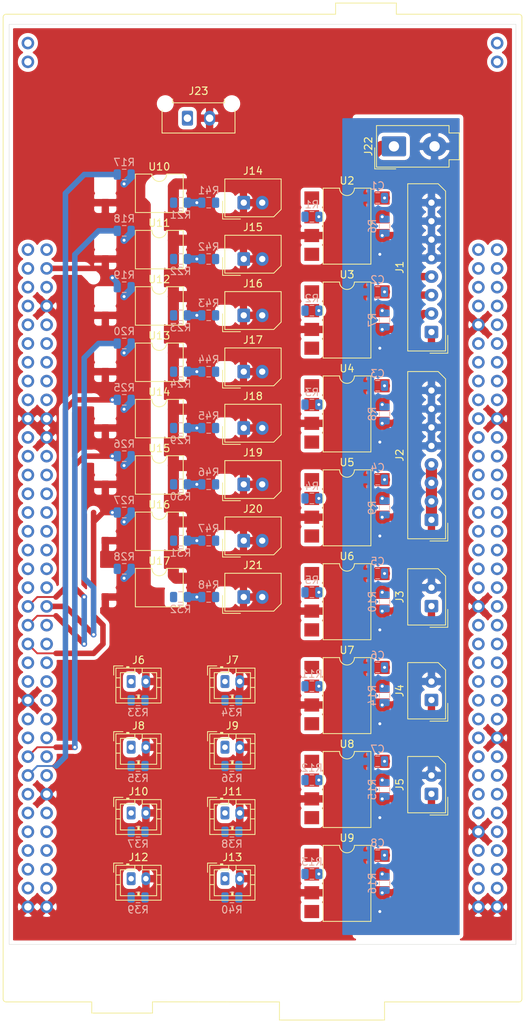
<source format=kicad_pcb>
(kicad_pcb (version 20171130) (host pcbnew "(5.1.5)-3")
  (layers (0 F.Cu signal) (31 B.Cu signal) (34 B.Paste user hide) (35 F.Paste user hide) (36 B.SilkS user hide) (37 F.SilkS user hide) (38 B.Mask user hide) (39 F.Mask user hide) (44 Edge.Cuts user))
  (net 0 "")
  (net 1 GNDD)
  (net 2 GNDA)
  (net 3 /TIM3_CH4_A)
  (net 4 /TIM3_CH3_A)
  (net 5 /TIM3_CH2_A)
  (net 6 /TIM3_CH1_A)
  (net 7 /TIM4_CH1_A)
  (net 8 /TIM4_CH2_A)
  (net 9 /TIM4_CH3_A)
  (net 10 /TIM4_CH4_A)
  (net 11 "Net-(J6-Pad1)")
  (net 12 "Net-(J7-Pad1)")
  (net 13 "Net-(J8-Pad1)")
  (net 14 "Net-(J9-Pad1)")
  (net 15 "Net-(J10-Pad1)")
  (net 16 "Net-(J11-Pad1)")
  (net 17 "Net-(J12-Pad1)")
  (net 18 "Net-(J13-Pad1)")
  (net 19 "Net-(J14-Pad1)")
  (net 20 "Net-(J15-Pad1)")
  (net 21 "Net-(J16-Pad1)")
  (net 22 "Net-(J17-Pad1)")
  (net 23 "Net-(J18-Pad1)")
  (net 24 "Net-(J19-Pad1)")
  (net 25 "Net-(J20-Pad1)")
  (net 26 "Net-(J21-Pad1)")
  (net 27 /TIM3_CH1)
  (net 28 "Net-(R1-Pad1)")
  (net 29 /TIM3_CH2)
  (net 30 "Net-(R2-Pad1)")
  (net 31 /TIM3_CH3)
  (net 32 "Net-(R3-Pad1)")
  (net 33 /TIM3_CH4)
  (net 34 "Net-(R4-Pad1)")
  (net 35 /TIM4_CH1)
  (net 36 "Net-(R5-Pad1)")
  (net 37 +5VA)
  (net 38 /TIM4_CH2)
  (net 39 "Net-(R11-Pad1)")
  (net 40 /TIM4_CH3)
  (net 41 "Net-(R12-Pad1)")
  (net 42 /TIM4_CH4)
  (net 43 "Net-(R13-Pad1)")
  (net 44 /IO1)
  (net 45 "Net-(R17-Pad1)")
  (net 46 /IO2)
  (net 47 "Net-(R18-Pad1)")
  (net 48 /IO3)
  (net 49 "Net-(R19-Pad1)")
  (net 50 /IO4)
  (net 51 "Net-(R20-Pad1)")
  (net 52 /IO1_A)
  (net 53 /IO2_A)
  (net 54 /IO3_A)
  (net 55 /IO4_A)
  (net 56 /IO5)
  (net 57 "Net-(R25-Pad1)")
  (net 58 /IO6)
  (net 59 "Net-(R26-Pad1)")
  (net 60 /IO7)
  (net 61 "Net-(R27-Pad1)")
  (net 62 /IO8)
  (net 63 "Net-(R28-Pad1)")
  (net 64 /IO5_A)
  (net 65 /IO6_A)
  (net 66 /IO7_A)
  (net 67 /IO8_A)
  (net 68 +5V)
  (net 69 /LED1)
  (net 70 /LED2)
  (net 71 /LED3)
  (net 72 /LED4)
  (module Connector_Molex:Molex_SPOX_5267-02A_1x02_P2.50mm_Vertical (layer F.Cu) (at 72.39 64.77)
    (fp_text reference J14 (at 1.25 -4.3) (layer F.SilkS))
    (fp_text value gpio_a)
    (pad 2 thru_hole oval (at 2.5 0) (size 1.7 1.85) (drill 0.85) (layers *.Cu *.Mask) (net 1 GNDD))
    (pad 1 thru_hole roundrect (at 0 0) (size 1.7 1.85) (drill 0.85) (layers *.Cu *.Mask) (roundrect_rratio 0.147059) (net 19 "Net-(J14-Pad1)"))
  )
  (module Connector_Molex:Molex_SPOX_5267-02A_1x02_P2.50mm_Vertical (layer F.Cu) (at 97.79 144.74 90)
    (fp_text reference J5 (at 1.25 -4.3 90) (layer F.SilkS))
    (fp_text value PWM3)
    (pad 2 thru_hole oval (at 2.5 0 90) (size 1.7 1.85) (drill 0.85) (layers *.Cu *.Mask) (net 2 GNDA))
    (pad 1 thru_hole roundrect (at 0 0 90) (size 1.7 1.85) (drill 0.85) (layers *.Cu *.Mask) (roundrect_rratio 0.147059) (net 10 /TIM4_CH4_A))
  )
  (module Connector_Molex:Molex_SPOX_5267-02A_1x02_P2.50mm_Vertical (layer F.Cu) (at 97.79 132.04 90)
    (fp_text reference J4 (at 1.25 -4.3 90) (layer F.SilkS))
    (fp_text value PWM2)
    (pad 2 thru_hole oval (at 2.5 0 90) (size 1.7 1.85) (drill 0.85) (layers *.Cu *.Mask) (net 2 GNDA))
    (pad 1 thru_hole roundrect (at 0 0 90) (size 1.7 1.85) (drill 0.85) (layers *.Cu *.Mask) (roundrect_rratio 0.147059) (net 9 /TIM4_CH3_A))
  )
  (module Connector_Molex:Molex_SPOX_5267-02A_1x02_P2.50mm_Vertical (layer F.Cu) (at 97.79 119.34 90)
    (fp_text reference J3 (at 1.25 -4.3 90) (layer F.SilkS))
    (fp_text value PWM1)
    (pad 2 thru_hole oval (at 2.5 0 90) (size 1.7 1.85) (drill 0.85) (layers *.Cu *.Mask) (net 2 GNDA))
    (pad 1 thru_hole roundrect (at 0 0 90) (size 1.7 1.85) (drill 0.85) (layers *.Cu *.Mask) (roundrect_rratio 0.147059) (net 8 /TIM4_CH2_A))
  )
  (module Connector_Molex:Molex_Micro-Fit_3.0_43650-0215_1x02_P3.00mm_Vertical (layer F.Cu) (at 64.77 53.34)
    (fp_text reference J23 (at 1.5 -3.67) (layer F.SilkS))
    (fp_text value 5V_IN_D)
    (pad 2 thru_hole oval (at 3 0) (size 1.5 2.02) (drill 1.02) (layers *.Cu *.Mask) (net 1 GNDD))
    (pad 1 thru_hole roundrect (at 0 0) (size 1.5 2.02) (drill 1.02) (layers *.Cu *.Mask) (roundrect_rratio 0.166667) (net 68 +5V))
    (pad "" np_thru_hole circle (at 6 -1.96) (size 1.27 1.27) (drill 1.27) (layers *.Cu *.Mask))
    (pad "" np_thru_hole circle (at -3 -1.96) (size 1.27 1.27) (drill 1.27) (layers *.Cu *.Mask))
  )
  (module Connector_Molex:Molex_Mini-Fit_Jr_5566-02A_2x01_P4.20mm_Vertical (layer F.Cu) (at 92.71 57.15 90)
    (fp_text reference J22 (at 0 -3.45 90) (layer F.SilkS))
    (fp_text value 5V_IN_A)
    (pad 2 thru_hole oval (at 0 5.5 90) (size 2.7 3.3) (drill 1.4) (layers *.Cu *.Mask) (net 2 GNDA))
    (pad 1 thru_hole roundrect (at 0 0 90) (size 2.7 3.3) (drill 1.4) (layers *.Cu *.Mask) (roundrect_rratio 0.09259299999999999) (net 37 +5VA))
  )
  (module Connector_Molex:Molex_SPOX_5267-08A_1x08_P2.50mm_Vertical (layer F.Cu) (at 97.79 107.67 90)
    (fp_text reference J2 (at 8.75 -4.3 90) (layer F.SilkS))
    (fp_text value ESC_4Z)
    (pad 8 thru_hole oval (at 17.5 0 90) (size 1.7 1.85) (drill 0.85) (layers *.Cu *.Mask) (net 2 GNDA))
    (pad 7 thru_hole oval (at 15 0 90) (size 1.7 1.85) (drill 0.85) (layers *.Cu *.Mask) (net 2 GNDA))
    (pad 6 thru_hole oval (at 12.5 0 90) (size 1.7 1.85) (drill 0.85) (layers *.Cu *.Mask) (net 2 GNDA))
    (pad 5 thru_hole oval (at 10 0 90) (size 1.7 1.85) (drill 0.85) (layers *.Cu *.Mask) (net 2 GNDA))
    (pad 4 thru_hole oval (at 7.5 0 90) (size 1.7 1.85) (drill 0.85) (layers *.Cu *.Mask) (net 7 /TIM4_CH1_A))
    (pad 3 thru_hole oval (at 5 0 90) (size 1.7 1.85) (drill 0.85) (layers *.Cu *.Mask) (net 7 /TIM4_CH1_A))
    (pad 2 thru_hole oval (at 2.5 0 90) (size 1.7 1.85) (drill 0.85) (layers *.Cu *.Mask) (net 7 /TIM4_CH1_A))
    (pad 1 thru_hole roundrect (at 0 0 90) (size 1.7 1.85) (drill 0.85) (layers *.Cu *.Mask) (roundrect_rratio 0.147059) (net 7 /TIM4_CH1_A))
  )
  (module Connector_Molex:Molex_SPOX_5267-08A_1x08_P2.50mm_Vertical (layer F.Cu) (at 97.79 82.27 90)
    (fp_text reference J1 (at 8.75 -4.3 90) (layer F.SilkS))
    (fp_text value ESC_XY)
    (pad 8 thru_hole oval (at 17.5 0 90) (size 1.7 1.85) (drill 0.85) (layers *.Cu *.Mask) (net 2 GNDA))
    (pad 7 thru_hole oval (at 15 0 90) (size 1.7 1.85) (drill 0.85) (layers *.Cu *.Mask) (net 2 GNDA))
    (pad 6 thru_hole oval (at 12.5 0 90) (size 1.7 1.85) (drill 0.85) (layers *.Cu *.Mask) (net 2 GNDA))
    (pad 5 thru_hole oval (at 10 0 90) (size 1.7 1.85) (drill 0.85) (layers *.Cu *.Mask) (net 2 GNDA))
    (pad 4 thru_hole oval (at 7.5 0 90) (size 1.7 1.85) (drill 0.85) (layers *.Cu *.Mask) (net 6 /TIM3_CH1_A))
    (pad 3 thru_hole oval (at 5 0 90) (size 1.7 1.85) (drill 0.85) (layers *.Cu *.Mask) (net 5 /TIM3_CH2_A))
    (pad 2 thru_hole oval (at 2.5 0 90) (size 1.7 1.85) (drill 0.85) (layers *.Cu *.Mask) (net 4 /TIM3_CH3_A))
    (pad 1 thru_hole roundrect (at 0 0 90) (size 1.7 1.85) (drill 0.85) (layers *.Cu *.Mask) (roundrect_rratio 0.147059) (net 3 /TIM3_CH4_A))
  )
  (module Package_DIP:SMDIP-4_W9.53mm (layer F.Cu) (at 60.96 116.84)
    (fp_text reference U17 (at 0 -3.6) (layer F.SilkS))
    (fp_text value LTV-817S)
    (pad 4 smd rect (at 4.765 -1.27) (size 2 1.78) (layers F.Cu F.Paste F.Mask) (net 37 +5VA))
    (pad 2 smd rect (at -4.765 1.27) (size 2 1.78) (layers F.Cu F.Paste F.Mask) (net 1 GNDD))
    (pad 3 smd rect (at 4.765 1.27) (size 2 1.78) (layers F.Cu F.Paste F.Mask) (net 67 /IO8_A))
    (pad 1 smd rect (at -4.765 -1.27) (size 2 1.78) (layers F.Cu F.Paste F.Mask) (net 63 "Net-(R28-Pad1)"))
  )
  (module Package_DIP:SMDIP-4_W9.53mm (layer F.Cu) (at 60.96 109.22)
    (fp_text reference U16 (at 0 -3.6) (layer F.SilkS))
    (fp_text value LTV-817S)
    (pad 4 smd rect (at 4.765 -1.27) (size 2 1.78) (layers F.Cu F.Paste F.Mask) (net 37 +5VA))
    (pad 2 smd rect (at -4.765 1.27) (size 2 1.78) (layers F.Cu F.Paste F.Mask) (net 1 GNDD))
    (pad 3 smd rect (at 4.765 1.27) (size 2 1.78) (layers F.Cu F.Paste F.Mask) (net 66 /IO7_A))
    (pad 1 smd rect (at -4.765 -1.27) (size 2 1.78) (layers F.Cu F.Paste F.Mask) (net 61 "Net-(R27-Pad1)"))
  )
  (module Package_DIP:SMDIP-4_W9.53mm (layer F.Cu) (at 60.96 101.6)
    (fp_text reference U15 (at 0 -3.6) (layer F.SilkS))
    (fp_text value LTV-817S)
    (pad 4 smd rect (at 4.765 -1.27) (size 2 1.78) (layers F.Cu F.Paste F.Mask) (net 37 +5VA))
    (pad 2 smd rect (at -4.765 1.27) (size 2 1.78) (layers F.Cu F.Paste F.Mask) (net 1 GNDD))
    (pad 3 smd rect (at 4.765 1.27) (size 2 1.78) (layers F.Cu F.Paste F.Mask) (net 65 /IO6_A))
    (pad 1 smd rect (at -4.765 -1.27) (size 2 1.78) (layers F.Cu F.Paste F.Mask) (net 59 "Net-(R26-Pad1)"))
  )
  (module Package_DIP:SMDIP-4_W9.53mm (layer F.Cu) (at 60.96 93.98)
    (fp_text reference U14 (at 0 -3.6) (layer F.SilkS))
    (fp_text value LTV-817S)
    (pad 4 smd rect (at 4.765 -1.27) (size 2 1.78) (layers F.Cu F.Paste F.Mask) (net 37 +5VA))
    (pad 2 smd rect (at -4.765 1.27) (size 2 1.78) (layers F.Cu F.Paste F.Mask) (net 1 GNDD))
    (pad 3 smd rect (at 4.765 1.27) (size 2 1.78) (layers F.Cu F.Paste F.Mask) (net 64 /IO5_A))
    (pad 1 smd rect (at -4.765 -1.27) (size 2 1.78) (layers F.Cu F.Paste F.Mask) (net 57 "Net-(R25-Pad1)"))
  )
  (module Package_DIP:SMDIP-4_W9.53mm (layer F.Cu) (at 60.96 86.36)
    (fp_text reference U13 (at 0 -3.6) (layer F.SilkS))
    (fp_text value LTV-817S)
    (pad 4 smd rect (at 4.765 -1.27) (size 2 1.78) (layers F.Cu F.Paste F.Mask) (net 37 +5VA))
    (pad 2 smd rect (at -4.765 1.27) (size 2 1.78) (layers F.Cu F.Paste F.Mask) (net 1 GNDD))
    (pad 3 smd rect (at 4.765 1.27) (size 2 1.78) (layers F.Cu F.Paste F.Mask) (net 55 /IO4_A))
    (pad 1 smd rect (at -4.765 -1.27) (size 2 1.78) (layers F.Cu F.Paste F.Mask) (net 51 "Net-(R20-Pad1)"))
  )
  (module Package_DIP:SMDIP-4_W9.53mm (layer F.Cu) (at 60.96 78.74)
    (fp_text reference U12 (at 0 -3.6) (layer F.SilkS))
    (fp_text value LTV-817S)
    (pad 4 smd rect (at 4.765 -1.27) (size 2 1.78) (layers F.Cu F.Paste F.Mask) (net 37 +5VA))
    (pad 2 smd rect (at -4.765 1.27) (size 2 1.78) (layers F.Cu F.Paste F.Mask) (net 1 GNDD))
    (pad 3 smd rect (at 4.765 1.27) (size 2 1.78) (layers F.Cu F.Paste F.Mask) (net 54 /IO3_A))
    (pad 1 smd rect (at -4.765 -1.27) (size 2 1.78) (layers F.Cu F.Paste F.Mask) (net 49 "Net-(R19-Pad1)"))
  )
  (module Package_DIP:SMDIP-4_W9.53mm (layer F.Cu) (at 60.96 71.12)
    (fp_text reference U11 (at 0 -3.6) (layer F.SilkS))
    (fp_text value LTV-817S)
    (pad 4 smd rect (at 4.765 -1.27) (size 2 1.78) (layers F.Cu F.Paste F.Mask) (net 37 +5VA))
    (pad 2 smd rect (at -4.765 1.27) (size 2 1.78) (layers F.Cu F.Paste F.Mask) (net 1 GNDD))
    (pad 3 smd rect (at 4.765 1.27) (size 2 1.78) (layers F.Cu F.Paste F.Mask) (net 53 /IO2_A))
    (pad 1 smd rect (at -4.765 -1.27) (size 2 1.78) (layers F.Cu F.Paste F.Mask) (net 47 "Net-(R18-Pad1)"))
  )
  (module Package_DIP:SMDIP-4_W9.53mm (layer F.Cu) (at 60.96 63.5)
    (fp_text reference U10 (at 0 -3.6) (layer F.SilkS))
    (fp_text value LTV-817S)
    (pad 4 smd rect (at 4.765 -1.27) (size 2 1.78) (layers F.Cu F.Paste F.Mask) (net 37 +5VA))
    (pad 2 smd rect (at -4.765 1.27) (size 2 1.78) (layers F.Cu F.Paste F.Mask) (net 1 GNDD))
    (pad 3 smd rect (at 4.765 1.27) (size 2 1.78) (layers F.Cu F.Paste F.Mask) (net 52 /IO1_A))
    (pad 1 smd rect (at -4.765 -1.27) (size 2 1.78) (layers F.Cu F.Paste F.Mask) (net 45 "Net-(R17-Pad1)"))
  )
  (module Package_DIP:SMDIP-8_W9.53mm (layer F.Cu) (at 86.36 156.845)
    (fp_text reference U9 (at 0 -6.14) (layer F.SilkS))
    (fp_text value 6N137)
    (pad 8 smd rect (at 4.765 -3.81) (size 2 1.78) (layers F.Cu F.Paste F.Mask) (net 37 +5VA))
    (pad 4 smd rect (at -4.765 3.81) (size 2 1.78) (layers F.Cu F.Paste F.Mask))
    (pad 7 smd rect (at 4.765 -1.27) (size 2 1.78) (layers F.Cu F.Paste F.Mask) (net 37 +5VA))
    (pad 3 smd rect (at -4.765 1.27) (size 2 1.78) (layers F.Cu F.Paste F.Mask) (net 1 GNDD))
    (pad 6 smd rect (at 4.765 1.27) (size 2 1.78) (layers F.Cu F.Paste F.Mask) (net 10 /TIM4_CH4_A))
    (pad 2 smd rect (at -4.765 -1.27) (size 2 1.78) (layers F.Cu F.Paste F.Mask) (net 43 "Net-(R13-Pad1)"))
    (pad 5 smd rect (at 4.765 3.81) (size 2 1.78) (layers F.Cu F.Paste F.Mask) (net 2 GNDA))
    (pad 1 smd rect (at -4.765 -3.81) (size 2 1.78) (layers F.Cu F.Paste F.Mask))
  )
  (module Package_DIP:SMDIP-8_W9.53mm (layer F.Cu) (at 86.36 144.145)
    (fp_text reference U8 (at 0 -6.14) (layer F.SilkS))
    (fp_text value 6N137)
    (pad 8 smd rect (at 4.765 -3.81) (size 2 1.78) (layers F.Cu F.Paste F.Mask) (net 37 +5VA))
    (pad 4 smd rect (at -4.765 3.81) (size 2 1.78) (layers F.Cu F.Paste F.Mask))
    (pad 7 smd rect (at 4.765 -1.27) (size 2 1.78) (layers F.Cu F.Paste F.Mask) (net 37 +5VA))
    (pad 3 smd rect (at -4.765 1.27) (size 2 1.78) (layers F.Cu F.Paste F.Mask) (net 1 GNDD))
    (pad 6 smd rect (at 4.765 1.27) (size 2 1.78) (layers F.Cu F.Paste F.Mask) (net 9 /TIM4_CH3_A))
    (pad 2 smd rect (at -4.765 -1.27) (size 2 1.78) (layers F.Cu F.Paste F.Mask) (net 41 "Net-(R12-Pad1)"))
    (pad 5 smd rect (at 4.765 3.81) (size 2 1.78) (layers F.Cu F.Paste F.Mask) (net 2 GNDA))
    (pad 1 smd rect (at -4.765 -3.81) (size 2 1.78) (layers F.Cu F.Paste F.Mask))
  )
  (module Package_DIP:SMDIP-8_W9.53mm (layer F.Cu) (at 86.36 131.445)
    (fp_text reference U7 (at 0 -6.14) (layer F.SilkS))
    (fp_text value 6N137)
    (pad 8 smd rect (at 4.765 -3.81) (size 2 1.78) (layers F.Cu F.Paste F.Mask) (net 37 +5VA))
    (pad 4 smd rect (at -4.765 3.81) (size 2 1.78) (layers F.Cu F.Paste F.Mask))
    (pad 7 smd rect (at 4.765 -1.27) (size 2 1.78) (layers F.Cu F.Paste F.Mask) (net 37 +5VA))
    (pad 3 smd rect (at -4.765 1.27) (size 2 1.78) (layers F.Cu F.Paste F.Mask) (net 1 GNDD))
    (pad 6 smd rect (at 4.765 1.27) (size 2 1.78) (layers F.Cu F.Paste F.Mask) (net 8 /TIM4_CH2_A))
    (pad 2 smd rect (at -4.765 -1.27) (size 2 1.78) (layers F.Cu F.Paste F.Mask) (net 39 "Net-(R11-Pad1)"))
    (pad 5 smd rect (at 4.765 3.81) (size 2 1.78) (layers F.Cu F.Paste F.Mask) (net 2 GNDA))
    (pad 1 smd rect (at -4.765 -3.81) (size 2 1.78) (layers F.Cu F.Paste F.Mask))
  )
  (module Package_DIP:SMDIP-8_W9.53mm (layer F.Cu) (at 86.36 118.745)
    (fp_text reference U6 (at 0 -6.14) (layer F.SilkS))
    (fp_text value 6N137)
    (pad 8 smd rect (at 4.765 -3.81) (size 2 1.78) (layers F.Cu F.Paste F.Mask) (net 37 +5VA))
    (pad 4 smd rect (at -4.765 3.81) (size 2 1.78) (layers F.Cu F.Paste F.Mask))
    (pad 7 smd rect (at 4.765 -1.27) (size 2 1.78) (layers F.Cu F.Paste F.Mask) (net 37 +5VA))
    (pad 3 smd rect (at -4.765 1.27) (size 2 1.78) (layers F.Cu F.Paste F.Mask) (net 1 GNDD))
    (pad 6 smd rect (at 4.765 1.27) (size 2 1.78) (layers F.Cu F.Paste F.Mask) (net 7 /TIM4_CH1_A))
    (pad 2 smd rect (at -4.765 -1.27) (size 2 1.78) (layers F.Cu F.Paste F.Mask) (net 36 "Net-(R5-Pad1)"))
    (pad 5 smd rect (at 4.765 3.81) (size 2 1.78) (layers F.Cu F.Paste F.Mask) (net 2 GNDA))
    (pad 1 smd rect (at -4.765 -3.81) (size 2 1.78) (layers F.Cu F.Paste F.Mask))
  )
  (module Package_DIP:SMDIP-8_W9.53mm (layer F.Cu) (at 86.36 106.045)
    (fp_text reference U5 (at 0 -6.14) (layer F.SilkS))
    (fp_text value 6N137)
    (pad 8 smd rect (at 4.765 -3.81) (size 2 1.78) (layers F.Cu F.Paste F.Mask) (net 37 +5VA))
    (pad 4 smd rect (at -4.765 3.81) (size 2 1.78) (layers F.Cu F.Paste F.Mask))
    (pad 7 smd rect (at 4.765 -1.27) (size 2 1.78) (layers F.Cu F.Paste F.Mask) (net 37 +5VA))
    (pad 3 smd rect (at -4.765 1.27) (size 2 1.78) (layers F.Cu F.Paste F.Mask) (net 1 GNDD))
    (pad 6 smd rect (at 4.765 1.27) (size 2 1.78) (layers F.Cu F.Paste F.Mask) (net 3 /TIM3_CH4_A))
    (pad 2 smd rect (at -4.765 -1.27) (size 2 1.78) (layers F.Cu F.Paste F.Mask) (net 34 "Net-(R4-Pad1)"))
    (pad 5 smd rect (at 4.765 3.81) (size 2 1.78) (layers F.Cu F.Paste F.Mask) (net 2 GNDA))
    (pad 1 smd rect (at -4.765 -3.81) (size 2 1.78) (layers F.Cu F.Paste F.Mask))
  )
  (module Package_DIP:SMDIP-8_W9.53mm (layer F.Cu) (at 86.36 93.345)
    (fp_text reference U4 (at 0 -6.14) (layer F.SilkS))
    (fp_text value 6N137)
    (pad 8 smd rect (at 4.765 -3.81) (size 2 1.78) (layers F.Cu F.Paste F.Mask) (net 37 +5VA))
    (pad 4 smd rect (at -4.765 3.81) (size 2 1.78) (layers F.Cu F.Paste F.Mask))
    (pad 7 smd rect (at 4.765 -1.27) (size 2 1.78) (layers F.Cu F.Paste F.Mask) (net 37 +5VA))
    (pad 3 smd rect (at -4.765 1.27) (size 2 1.78) (layers F.Cu F.Paste F.Mask) (net 1 GNDD))
    (pad 6 smd rect (at 4.765 1.27) (size 2 1.78) (layers F.Cu F.Paste F.Mask) (net 4 /TIM3_CH3_A))
    (pad 2 smd rect (at -4.765 -1.27) (size 2 1.78) (layers F.Cu F.Paste F.Mask) (net 32 "Net-(R3-Pad1)"))
    (pad 5 smd rect (at 4.765 3.81) (size 2 1.78) (layers F.Cu F.Paste F.Mask) (net 2 GNDA))
    (pad 1 smd rect (at -4.765 -3.81) (size 2 1.78) (layers F.Cu F.Paste F.Mask))
  )
  (module Package_DIP:SMDIP-8_W9.53mm (layer F.Cu) (at 86.36 80.645)
    (fp_text reference U3 (at 0 -6.14) (layer F.SilkS))
    (fp_text value 6N137)
    (pad 8 smd rect (at 4.765 -3.81) (size 2 1.78) (layers F.Cu F.Paste F.Mask) (net 37 +5VA))
    (pad 4 smd rect (at -4.765 3.81) (size 2 1.78) (layers F.Cu F.Paste F.Mask))
    (pad 7 smd rect (at 4.765 -1.27) (size 2 1.78) (layers F.Cu F.Paste F.Mask) (net 37 +5VA))
    (pad 3 smd rect (at -4.765 1.27) (size 2 1.78) (layers F.Cu F.Paste F.Mask) (net 1 GNDD))
    (pad 6 smd rect (at 4.765 1.27) (size 2 1.78) (layers F.Cu F.Paste F.Mask) (net 5 /TIM3_CH2_A))
    (pad 2 smd rect (at -4.765 -1.27) (size 2 1.78) (layers F.Cu F.Paste F.Mask) (net 30 "Net-(R2-Pad1)"))
    (pad 5 smd rect (at 4.765 3.81) (size 2 1.78) (layers F.Cu F.Paste F.Mask) (net 2 GNDA))
    (pad 1 smd rect (at -4.765 -3.81) (size 2 1.78) (layers F.Cu F.Paste F.Mask))
  )
  (module Package_DIP:SMDIP-8_W9.53mm (layer F.Cu) (at 86.36 67.945)
    (fp_text reference U2 (at 0 -6.14) (layer F.SilkS))
    (fp_text value 6N137)
    (pad 8 smd rect (at 4.765 -3.81) (size 2 1.78) (layers F.Cu F.Paste F.Mask) (net 37 +5VA))
    (pad 4 smd rect (at -4.765 3.81) (size 2 1.78) (layers F.Cu F.Paste F.Mask))
    (pad 7 smd rect (at 4.765 -1.27) (size 2 1.78) (layers F.Cu F.Paste F.Mask) (net 37 +5VA))
    (pad 3 smd rect (at -4.765 1.27) (size 2 1.78) (layers F.Cu F.Paste F.Mask) (net 1 GNDD))
    (pad 6 smd rect (at 4.765 1.27) (size 2 1.78) (layers F.Cu F.Paste F.Mask) (net 6 /TIM3_CH1_A))
    (pad 2 smd rect (at -4.765 -1.27) (size 2 1.78) (layers F.Cu F.Paste F.Mask) (net 28 "Net-(R1-Pad1)"))
    (pad 5 smd rect (at 4.765 3.81) (size 2 1.78) (layers F.Cu F.Paste F.Mask) (net 2 GNDA))
    (pad 1 smd rect (at -4.765 -3.81) (size 2 1.78) (layers F.Cu F.Paste F.Mask))
  )
  (module Module:ST_Morpho_Connector_144_STLink (layer F.Cu) (at 43.18 71.12)
    (fp_text reference U1 (at 31.75 -36.83) (layer F.SilkS))
    (fp_text value NUCLEO144-F746ZG)
    (pad 148 thru_hole circle (at 63.5 -25.4) (size 1.7 1.7) (drill 1) (layers *.Cu *.Mask))
    (pad 147 thru_hole circle (at 63.5 -27.94) (size 1.7 1.7) (drill 1) (layers *.Cu *.Mask))
    (pad 146 thru_hole circle (at 0 -25.4) (size 1.7 1.7) (drill 1) (layers *.Cu *.Mask))
    (pad 145 thru_hole circle (at 0 -27.94) (size 1.7 1.7) (drill 1) (layers *.Cu *.Mask))
    (pad 144 thru_hole circle (at 63.5 88.9) (size 1.7 1.7) (drill 1) (layers *.Cu *.Mask) (net 1 GNDD))
    (pad 143 thru_hole circle (at 60.96 88.9) (size 1.7 1.7) (drill 1) (layers *.Cu *.Mask) (net 1 GNDD))
    (pad 142 thru_hole circle (at 63.5 86.36) (size 1.7 1.7) (drill 1) (layers *.Cu *.Mask))
    (pad 141 thru_hole circle (at 60.96 86.36) (size 1.7 1.7) (drill 1) (layers *.Cu *.Mask))
    (pad 140 thru_hole circle (at 63.5 83.82) (size 1.7 1.7) (drill 1) (layers *.Cu *.Mask))
    (pad 139 thru_hole circle (at 60.96 83.82) (size 1.7 1.7) (drill 1) (layers *.Cu *.Mask))
    (pad 138 thru_hole circle (at 63.5 81.28) (size 1.7 1.7) (drill 1) (layers *.Cu *.Mask))
    (pad 137 thru_hole circle (at 60.96 81.28) (size 1.7 1.7) (drill 1) (layers *.Cu *.Mask))
    (pad 136 thru_hole circle (at 63.5 78.74) (size 1.7 1.7) (drill 1) (layers *.Cu *.Mask) (net 69 /LED1))
    (pad 135 thru_hole circle (at 60.96 78.74) (size 1.7 1.7) (drill 1) (layers *.Cu *.Mask) (net 1 GNDD))
    (pad 134 thru_hole circle (at 63.5 76.2) (size 1.7 1.7) (drill 1) (layers *.Cu *.Mask))
    (pad 133 thru_hole circle (at 60.96 76.2) (size 1.7 1.7) (drill 1) (layers *.Cu *.Mask))
    (pad 132 thru_hole circle (at 63.5 73.66) (size 1.7 1.7) (drill 1) (layers *.Cu *.Mask))
    (pad 131 thru_hole circle (at 60.96 73.66) (size 1.7 1.7) (drill 1) (layers *.Cu *.Mask))
    (pad 130 thru_hole circle (at 63.5 71.12) (size 1.7 1.7) (drill 1) (layers *.Cu *.Mask))
    (pad 129 thru_hole circle (at 60.96 71.12) (size 1.7 1.7) (drill 1) (layers *.Cu *.Mask))
    (pad 128 thru_hole circle (at 63.5 68.58) (size 1.7 1.7) (drill 1) (layers *.Cu *.Mask))
    (pad 127 thru_hole circle (at 60.96 68.58) (size 1.7 1.7) (drill 1) (layers *.Cu *.Mask))
    (pad 126 thru_hole circle (at 63.5 66.04) (size 1.7 1.7) (drill 1) (layers *.Cu *.Mask) (net 1 GNDD))
    (pad 125 thru_hole circle (at 60.96 66.04) (size 1.7 1.7) (drill 1) (layers *.Cu *.Mask))
    (pad 124 thru_hole circle (at 63.5 63.5) (size 1.7 1.7) (drill 1) (layers *.Cu *.Mask))
    (pad 123 thru_hole circle (at 60.96 63.5) (size 1.7 1.7) (drill 1) (layers *.Cu *.Mask))
    (pad 122 thru_hole circle (at 63.5 60.96) (size 1.7 1.7) (drill 1) (layers *.Cu *.Mask))
    (pad 121 thru_hole circle (at 60.96 60.96) (size 1.7 1.7) (drill 1) (layers *.Cu *.Mask))
    (pad 120 thru_hole circle (at 63.5 58.42) (size 1.7 1.7) (drill 1) (layers *.Cu *.Mask) (net 42 /TIM4_CH4))
    (pad 119 thru_hole circle (at 60.96 58.42) (size 1.7 1.7) (drill 1) (layers *.Cu *.Mask))
    (pad 118 thru_hole circle (at 63.5 55.88) (size 1.7 1.7) (drill 1) (layers *.Cu *.Mask) (net 40 /TIM4_CH3))
    (pad 117 thru_hole circle (at 60.96 55.88) (size 1.7 1.7) (drill 1) (layers *.Cu *.Mask))
    (pad 116 thru_hole circle (at 63.5 53.34) (size 1.7 1.7) (drill 1) (layers *.Cu *.Mask))
    (pad 115 thru_hole circle (at 60.96 53.34) (size 1.7 1.7) (drill 1) (layers *.Cu *.Mask) (net 35 /TIM4_CH1))
    (pad 114 thru_hole circle (at 63.5 50.8) (size 1.7 1.7) (drill 1) (layers *.Cu *.Mask))
    (pad 113 thru_hole circle (at 60.96 50.8) (size 1.7 1.7) (drill 1) (layers *.Cu *.Mask) (net 38 /TIM4_CH2))
    (pad 112 thru_hole circle (at 63.5 48.26) (size 1.7 1.7) (drill 1) (layers *.Cu *.Mask))
    (pad 111 thru_hole circle (at 60.96 48.26) (size 1.7 1.7) (drill 1) (layers *.Cu *.Mask) (net 1 GNDD))
    (pad 110 thru_hole circle (at 63.5 45.72) (size 1.7 1.7) (drill 1) (layers *.Cu *.Mask))
    (pad 109 thru_hole circle (at 60.96 45.72) (size 1.7 1.7) (drill 1) (layers *.Cu *.Mask))
    (pad 108 thru_hole circle (at 63.5 43.18) (size 1.7 1.7) (drill 1) (layers *.Cu *.Mask))
    (pad 107 thru_hole circle (at 60.96 43.18) (size 1.7 1.7) (drill 1) (layers *.Cu *.Mask))
    (pad 106 thru_hole circle (at 63.5 40.64) (size 1.7 1.7) (drill 1) (layers *.Cu *.Mask))
    (pad 105 thru_hole circle (at 60.96 40.64) (size 1.7 1.7) (drill 1) (layers *.Cu *.Mask))
    (pad 104 thru_hole circle (at 63.5 38.1) (size 1.7 1.7) (drill 1) (layers *.Cu *.Mask))
    (pad 103 thru_hole circle (at 60.96 38.1) (size 1.7 1.7) (drill 1) (layers *.Cu *.Mask))
    (pad 102 thru_hole circle (at 63.5 35.56) (size 1.7 1.7) (drill 1) (layers *.Cu *.Mask))
    (pad 101 thru_hole circle (at 60.96 35.56) (size 1.7 1.7) (drill 1) (layers *.Cu *.Mask))
    (pad 100 thru_hole circle (at 63.5 33.02) (size 1.7 1.7) (drill 1) (layers *.Cu *.Mask))
    (pad 99 thru_hole circle (at 60.96 33.02) (size 1.7 1.7) (drill 1) (layers *.Cu *.Mask))
    (pad 98 thru_hole circle (at 63.5 30.48) (size 1.7 1.7) (drill 1) (layers *.Cu *.Mask))
    (pad 97 thru_hole circle (at 60.96 30.48) (size 1.7 1.7) (drill 1) (layers *.Cu *.Mask))
    (pad 96 thru_hole circle (at 63.5 27.94) (size 1.7 1.7) (drill 1) (layers *.Cu *.Mask) (net 29 /TIM3_CH2))
    (pad 95 thru_hole circle (at 60.96 27.94) (size 1.7 1.7) (drill 1) (layers *.Cu *.Mask))
    (pad 94 thru_hole circle (at 63.5 25.4) (size 1.7 1.7) (drill 1) (layers *.Cu *.Mask))
    (pad 93 thru_hole circle (at 60.96 25.4) (size 1.7 1.7) (drill 1) (layers *.Cu *.Mask))
    (pad 92 thru_hole circle (at 63.5 22.86) (size 1.7 1.7) (drill 1) (layers *.Cu *.Mask) (net 1 GNDD))
    (pad 91 thru_hole circle (at 60.96 22.86) (size 1.7 1.7) (drill 1) (layers *.Cu *.Mask) (net 31 /TIM3_CH3))
    (pad 90 thru_hole circle (at 63.5 20.32) (size 1.7 1.7) (drill 1) (layers *.Cu *.Mask))
    (pad 89 thru_hole circle (at 60.96 20.32) (size 1.7 1.7) (drill 1) (layers *.Cu *.Mask))
    (pad 88 thru_hole circle (at 63.5 17.78) (size 1.7 1.7) (drill 1) (layers *.Cu *.Mask))
    (pad 87 thru_hole circle (at 60.96 17.78) (size 1.7 1.7) (drill 1) (layers *.Cu *.Mask))
    (pad 86 thru_hole circle (at 63.5 15.24) (size 1.7 1.7) (drill 1) (layers *.Cu *.Mask))
    (pad 85 thru_hole circle (at 60.96 15.24) (size 1.7 1.7) (drill 1) (layers *.Cu *.Mask))
    (pad 84 thru_hole circle (at 63.5 12.7) (size 1.7 1.7) (drill 1) (layers *.Cu *.Mask))
    (pad 83 thru_hole circle (at 60.96 12.7) (size 1.7 1.7) (drill 1) (layers *.Cu *.Mask) (net 27 /TIM3_CH1))
    (pad 82 thru_hole circle (at 63.5 10.16) (size 1.7 1.7) (drill 1) (layers *.Cu *.Mask))
    (pad 81 thru_hole circle (at 60.96 10.16) (size 1.7 1.7) (drill 1) (layers *.Cu *.Mask) (net 1 GNDD))
    (pad 80 thru_hole circle (at 63.5 7.62) (size 1.7 1.7) (drill 1) (layers *.Cu *.Mask))
    (pad 79 thru_hole circle (at 60.96 7.62) (size 1.7 1.7) (drill 1) (layers *.Cu *.Mask))
    (pad 78 thru_hole circle (at 63.5 5.08) (size 1.7 1.7) (drill 1) (layers *.Cu *.Mask))
    (pad 77 thru_hole circle (at 60.96 5.08) (size 1.7 1.7) (drill 1) (layers *.Cu *.Mask))
    (pad 76 thru_hole circle (at 63.5 2.54) (size 1.7 1.7) (drill 1) (layers *.Cu *.Mask))
    (pad 75 thru_hole circle (at 60.96 2.54) (size 1.7 1.7) (drill 1) (layers *.Cu *.Mask))
    (pad 74 thru_hole circle (at 63.5 0) (size 1.7 1.7) (drill 1) (layers *.Cu *.Mask) (net 33 /TIM3_CH4))
    (pad 73 thru_hole circle (at 60.96 0) (size 1.7 1.7) (drill 1) (layers *.Cu *.Mask))
    (pad 72 thru_hole circle (at 2.54 88.9) (size 1.7 1.7) (drill 1) (layers *.Cu *.Mask) (net 1 GNDD))
    (pad 71 thru_hole circle (at 0 88.9) (size 1.7 1.7) (drill 1) (layers *.Cu *.Mask) (net 1 GNDD))
    (pad 70 thru_hole circle (at 2.54 86.36) (size 1.7 1.7) (drill 1) (layers *.Cu *.Mask))
    (pad 69 thru_hole circle (at 0 86.36) (size 1.7 1.7) (drill 1) (layers *.Cu *.Mask))
    (pad 68 thru_hole circle (at 2.54 83.82) (size 1.7 1.7) (drill 1) (layers *.Cu *.Mask))
    (pad 67 thru_hole circle (at 0 83.82) (size 1.7 1.7) (drill 1) (layers *.Cu *.Mask))
    (pad 66 thru_hole circle (at 2.54 81.28) (size 1.7 1.7) (drill 1) (layers *.Cu *.Mask))
    (pad 65 thru_hole circle (at 0 81.28) (size 1.7 1.7) (drill 1) (layers *.Cu *.Mask))
    (pad 64 thru_hole circle (at 2.54 78.74) (size 1.7 1.7) (drill 1) (layers *.Cu *.Mask))
    (pad 63 thru_hole circle (at 0 78.74) (size 1.7 1.7) (drill 1) (layers *.Cu *.Mask))
    (pad 62 thru_hole circle (at 2.54 76.2) (size 1.7 1.7) (drill 1) (layers *.Cu *.Mask))
    (pad 61 thru_hole circle (at 0 76.2) (size 1.7 1.7) (drill 1) (layers *.Cu *.Mask) (net 70 /LED2))
    (pad 60 thru_hole circle (at 2.54 73.66) (size 1.7 1.7) (drill 1) (layers *.Cu *.Mask) (net 1 GNDD))
    (pad 59 thru_hole circle (at 0 73.66) (size 1.7 1.7) (drill 1) (layers *.Cu *.Mask))
    (pad 58 thru_hole circle (at 2.54 71.12) (size 1.7 1.7) (drill 1) (layers *.Cu *.Mask))
    (pad 57 thru_hole circle (at 0 71.12) (size 1.7 1.7) (drill 1) (layers *.Cu *.Mask) (net 44 /IO1))
    (pad 56 thru_hole circle (at 2.54 68.58) (size 1.7 1.7) (drill 1) (layers *.Cu *.Mask))
    (pad 55 thru_hole circle (at 0 68.58) (size 1.7 1.7) (drill 1) (layers *.Cu *.Mask) (net 46 /IO2))
    (pad 54 thru_hole circle (at 2.54 66.04) (size 1.7 1.7) (drill 1) (layers *.Cu *.Mask))
    (pad 53 thru_hole circle (at 0 66.04) (size 1.7 1.7) (drill 1) (layers *.Cu *.Mask))
    (pad 52 thru_hole circle (at 2.54 63.5) (size 1.7 1.7) (drill 1) (layers *.Cu *.Mask))
    (pad 51 thru_hole circle (at 0 63.5) (size 1.7 1.7) (drill 1) (layers *.Cu *.Mask))
    (pad 50 thru_hole circle (at 2.54 60.96) (size 1.7 1.7) (drill 1) (layers *.Cu *.Mask))
    (pad 49 thru_hole circle (at 0 60.96) (size 1.7 1.7) (drill 1) (layers *.Cu *.Mask) (net 1 GNDD))
    (pad 48 thru_hole circle (at 2.54 58.42) (size 1.7 1.7) (drill 1) (layers *.Cu *.Mask))
    (pad 47 thru_hole circle (at 0 58.42) (size 1.7 1.7) (drill 1) (layers *.Cu *.Mask) (net 72 /LED4))
    (pad 46 thru_hole circle (at 2.54 55.88) (size 1.7 1.7) (drill 1) (layers *.Cu *.Mask) (net 71 /LED3))
    (pad 45 thru_hole circle (at 0 55.88) (size 1.7 1.7) (drill 1) (layers *.Cu *.Mask) (net 62 /IO8))
    (pad 44 thru_hole circle (at 2.54 53.34) (size 1.7 1.7) (drill 1) (layers *.Cu *.Mask))
    (pad 43 thru_hole circle (at 0 53.34) (size 1.7 1.7) (drill 1) (layers *.Cu *.Mask) (net 60 /IO7))
    (pad 42 thru_hole circle (at 2.54 50.8) (size 1.7 1.7) (drill 1) (layers *.Cu *.Mask))
    (pad 41 thru_hole circle (at 0 50.8) (size 1.7 1.7) (drill 1) (layers *.Cu *.Mask) (net 58 /IO6))
    (pad 40 thru_hole circle (at 2.54 48.26) (size 1.7 1.7) (drill 1) (layers *.Cu *.Mask) (net 50 /IO4))
    (pad 39 thru_hole circle (at 0 48.26) (size 1.7 1.7) (drill 1) (layers *.Cu *.Mask) (net 56 /IO5))
    (pad 38 thru_hole circle (at 2.54 45.72) (size 1.7 1.7) (drill 1) (layers *.Cu *.Mask))
    (pad 37 thru_hole circle (at 0 45.72) (size 1.7 1.7) (drill 1) (layers *.Cu *.Mask))
    (pad 36 thru_hole circle (at 2.54 43.18) (size 1.7 1.7) (drill 1) (layers *.Cu *.Mask))
    (pad 35 thru_hole circle (at 0 43.18) (size 1.7 1.7) (drill 1) (layers *.Cu *.Mask))
    (pad 34 thru_hole circle (at 2.54 40.64) (size 1.7 1.7) (drill 1) (layers *.Cu *.Mask))
    (pad 33 thru_hole circle (at 0 40.64) (size 1.7 1.7) (drill 1) (layers *.Cu *.Mask))
    (pad 32 thru_hole circle (at 2.54 38.1) (size 1.7 1.7) (drill 1) (layers *.Cu *.Mask))
    (pad 31 thru_hole circle (at 0 38.1) (size 1.7 1.7) (drill 1) (layers *.Cu *.Mask))
    (pad 30 thru_hole circle (at 2.54 35.56) (size 1.7 1.7) (drill 1) (layers *.Cu *.Mask))
    (pad 29 thru_hole circle (at 0 35.56) (size 1.7 1.7) (drill 1) (layers *.Cu *.Mask))
    (pad 28 thru_hole circle (at 2.54 33.02) (size 1.7 1.7) (drill 1) (layers *.Cu *.Mask))
    (pad 27 thru_hole circle (at 0 33.02) (size 1.7 1.7) (drill 1) (layers *.Cu *.Mask))
    (pad 26 thru_hole circle (at 2.54 30.48) (size 1.7 1.7) (drill 1) (layers *.Cu *.Mask))
    (pad 25 thru_hole circle (at 0 30.48) (size 1.7 1.7) (drill 1) (layers *.Cu *.Mask))
    (pad 24 thru_hole circle (at 2.54 27.94) (size 1.7 1.7) (drill 1) (layers *.Cu *.Mask))
    (pad 23 thru_hole circle (at 0 27.94) (size 1.7 1.7) (drill 1) (layers *.Cu *.Mask))
    (pad 22 thru_hole circle (at 2.54 25.4) (size 1.7 1.7) (drill 1) (layers *.Cu *.Mask) (net 1 GNDD))
    (pad 21 thru_hole circle (at 0 25.4) (size 1.7 1.7) (drill 1) (layers *.Cu *.Mask))
    (pad 20 thru_hole circle (at 2.54 22.86) (size 1.7 1.7) (drill 1) (layers *.Cu *.Mask) (net 1 GNDD))
    (pad 19 thru_hole circle (at 0 22.86) (size 1.7 1.7) (drill 1) (layers *.Cu *.Mask) (net 1 GNDD))
    (pad 18 thru_hole circle (at 2.54 20.32) (size 1.7 1.7) (drill 1) (layers *.Cu *.Mask))
    (pad 17 thru_hole circle (at 0 20.32) (size 1.7 1.7) (drill 1) (layers *.Cu *.Mask))
    (pad 16 thru_hole circle (at 2.54 17.78) (size 1.7 1.7) (drill 1) (layers *.Cu *.Mask))
    (pad 15 thru_hole circle (at 0 17.78) (size 1.7 1.7) (drill 1) (layers *.Cu *.Mask))
    (pad 14 thru_hole circle (at 2.54 15.24) (size 1.7 1.7) (drill 1) (layers *.Cu *.Mask))
    (pad 13 thru_hole circle (at 0 15.24) (size 1.7 1.7) (drill 1) (layers *.Cu *.Mask))
    (pad 12 thru_hole circle (at 2.54 12.7) (size 1.7 1.7) (drill 1) (layers *.Cu *.Mask))
    (pad 11 thru_hole circle (at 0 12.7) (size 1.7 1.7) (drill 1) (layers *.Cu *.Mask))
    (pad 10 thru_hole circle (at 2.54 10.16) (size 1.7 1.7) (drill 1) (layers *.Cu *.Mask))
    (pad 9 thru_hole circle (at 0 10.16) (size 1.7 1.7) (drill 1) (layers *.Cu *.Mask))
    (pad 8 thru_hole circle (at 2.54 7.62) (size 1.7 1.7) (drill 1) (layers *.Cu *.Mask) (net 1 GNDD))
    (pad 7 thru_hole circle (at 0 7.62) (size 1.7 1.7) (drill 1) (layers *.Cu *.Mask))
    (pad 6 thru_hole circle (at 2.54 5.08) (size 1.7 1.7) (drill 1) (layers *.Cu *.Mask) (net 68 +5V))
    (pad 5 thru_hole circle (at 0 5.08) (size 1.7 1.7) (drill 1) (layers *.Cu *.Mask))
    (pad 4 thru_hole circle (at 2.54 2.54) (size 1.7 1.7) (drill 1) (layers *.Cu *.Mask) (net 48 /IO3))
    (pad 3 thru_hole circle (at 0 2.54) (size 1.7 1.7) (drill 1) (layers *.Cu *.Mask))
    (pad 2 thru_hole circle (at 2.54 0) (size 1.7 1.7) (drill 1) (layers *.Cu *.Mask))
    (pad 1 thru_hole circle (at 0 0) (size 1.7 1.7) (drill 1) (layers *.Cu *.Mask))
  )
  (module Resistor_SMD:R_0805_2012Metric (layer B.Cu) (at 67.6425 118.11 180)
    (fp_text reference R48 (at 0 1.65) (layer B.SilkS) (effects (justify mirror)))
    (fp_text value 100)
    (pad 2 smd roundrect (at 0.9375 0 180) (size 0.975 1.4) (layers B.Cu B.Paste B.Mask) (net 67 /IO8_A))
    (pad 1 smd roundrect (at -0.9375 0 180) (size 0.975 1.4) (layers B.Cu B.Paste B.Mask) (net 26 "Net-(J21-Pad1)"))
  )
  (module Resistor_SMD:R_0805_2012Metric (layer B.Cu) (at 67.6425 110.49 180)
    (fp_text reference R47 (at 0 1.65) (layer B.SilkS) (effects (justify mirror)))
    (fp_text value 100)
    (pad 2 smd roundrect (at 0.9375 0 180) (size 0.975 1.4) (layers B.Cu B.Paste B.Mask) (net 66 /IO7_A))
    (pad 1 smd roundrect (at -0.9375 0 180) (size 0.975 1.4) (layers B.Cu B.Paste B.Mask) (net 25 "Net-(J20-Pad1)"))
  )
  (module Resistor_SMD:R_0805_2012Metric (layer B.Cu) (at 67.6425 102.87 180)
    (fp_text reference R46 (at 0 1.65) (layer B.SilkS) (effects (justify mirror)))
    (fp_text value 100)
    (pad 2 smd roundrect (at 0.9375 0 180) (size 0.975 1.4) (layers B.Cu B.Paste B.Mask) (net 65 /IO6_A))
    (pad 1 smd roundrect (at -0.9375 0 180) (size 0.975 1.4) (layers B.Cu B.Paste B.Mask) (net 24 "Net-(J19-Pad1)"))
  )
  (module Resistor_SMD:R_0805_2012Metric (layer B.Cu) (at 67.6425 95.25 180)
    (fp_text reference R45 (at 0 1.65) (layer B.SilkS) (effects (justify mirror)))
    (fp_text value 100)
    (pad 2 smd roundrect (at 0.9375 0 180) (size 0.975 1.4) (layers B.Cu B.Paste B.Mask) (net 64 /IO5_A))
    (pad 1 smd roundrect (at -0.9375 0 180) (size 0.975 1.4) (layers B.Cu B.Paste B.Mask) (net 23 "Net-(J18-Pad1)"))
  )
  (module Resistor_SMD:R_0805_2012Metric (layer B.Cu) (at 67.6425 87.63 180)
    (fp_text reference R44 (at 0 1.65) (layer B.SilkS) (effects (justify mirror)))
    (fp_text value 100)
    (pad 2 smd roundrect (at 0.9375 0 180) (size 0.975 1.4) (layers B.Cu B.Paste B.Mask) (net 55 /IO4_A))
    (pad 1 smd roundrect (at -0.9375 0 180) (size 0.975 1.4) (layers B.Cu B.Paste B.Mask) (net 22 "Net-(J17-Pad1)"))
  )
  (module Resistor_SMD:R_0805_2012Metric (layer B.Cu) (at 67.6425 80.01 180)
    (fp_text reference R43 (at 0 1.65) (layer B.SilkS) (effects (justify mirror)))
    (fp_text value 100)
    (pad 2 smd roundrect (at 0.9375 0 180) (size 0.975 1.4) (layers B.Cu B.Paste B.Mask) (net 54 /IO3_A))
    (pad 1 smd roundrect (at -0.9375 0 180) (size 0.975 1.4) (layers B.Cu B.Paste B.Mask) (net 21 "Net-(J16-Pad1)"))
  )
  (module Resistor_SMD:R_0805_2012Metric (layer B.Cu) (at 67.6425 72.39 180)
    (fp_text reference R42 (at 0 1.65) (layer B.SilkS) (effects (justify mirror)))
    (fp_text value 100)
    (pad 2 smd roundrect (at 0.9375 0 180) (size 0.975 1.4) (layers B.Cu B.Paste B.Mask) (net 53 /IO2_A))
    (pad 1 smd roundrect (at -0.9375 0 180) (size 0.975 1.4) (layers B.Cu B.Paste B.Mask) (net 20 "Net-(J15-Pad1)"))
  )
  (module Resistor_SMD:R_0805_2012Metric (layer B.Cu) (at 67.6425 64.77 180)
    (fp_text reference R41 (at 0 1.65) (layer B.SilkS) (effects (justify mirror)))
    (fp_text value 100)
    (pad 2 smd roundrect (at 0.9375 0 180) (size 0.975 1.4) (layers B.Cu B.Paste B.Mask) (net 52 /IO1_A))
    (pad 1 smd roundrect (at -0.9375 0 180) (size 0.975 1.4) (layers B.Cu B.Paste B.Mask) (net 19 "Net-(J14-Pad1)"))
  )
  (module Resistor_SMD:R_0805_2012Metric (layer B.Cu) (at 70.7875 158.75)
    (fp_text reference R40 (at 0 1.65) (layer B.SilkS) (effects (justify mirror)))
    (fp_text value 100)
    (pad 2 smd roundrect (at 0.9375 0) (size 0.975 1.4) (layers B.Cu B.Paste B.Mask) (net 62 /IO8))
    (pad 1 smd roundrect (at -0.9375 0) (size 0.975 1.4) (layers B.Cu B.Paste B.Mask) (net 18 "Net-(J13-Pad1)"))
  )
  (module Resistor_SMD:R_0805_2012Metric (layer B.Cu) (at 58.0875 158.75)
    (fp_text reference R39 (at 0 1.65) (layer B.SilkS) (effects (justify mirror)))
    (fp_text value 100)
    (pad 2 smd roundrect (at 0.9375 0) (size 0.975 1.4) (layers B.Cu B.Paste B.Mask) (net 60 /IO7))
    (pad 1 smd roundrect (at -0.9375 0) (size 0.975 1.4) (layers B.Cu B.Paste B.Mask) (net 17 "Net-(J12-Pad1)"))
  )
  (module Resistor_SMD:R_0805_2012Metric (layer B.Cu) (at 70.7875 149.86)
    (fp_text reference R38 (at 0 1.65) (layer B.SilkS) (effects (justify mirror)))
    (fp_text value 100)
    (pad 2 smd roundrect (at 0.9375 0) (size 0.975 1.4) (layers B.Cu B.Paste B.Mask) (net 58 /IO6))
    (pad 1 smd roundrect (at -0.9375 0) (size 0.975 1.4) (layers B.Cu B.Paste B.Mask) (net 16 "Net-(J11-Pad1)"))
  )
  (module Resistor_SMD:R_0805_2012Metric (layer B.Cu) (at 58.0875 149.86)
    (fp_text reference R37 (at 0 1.65) (layer B.SilkS) (effects (justify mirror)))
    (fp_text value 100)
    (pad 2 smd roundrect (at 0.9375 0) (size 0.975 1.4) (layers B.Cu B.Paste B.Mask) (net 56 /IO5))
    (pad 1 smd roundrect (at -0.9375 0) (size 0.975 1.4) (layers B.Cu B.Paste B.Mask) (net 15 "Net-(J10-Pad1)"))
  )
  (module Resistor_SMD:R_0805_2012Metric (layer B.Cu) (at 70.7875 140.97)
    (fp_text reference R36 (at 0 1.65) (layer B.SilkS) (effects (justify mirror)))
    (fp_text value 100)
    (pad 2 smd roundrect (at 0.9375 0) (size 0.975 1.4) (layers B.Cu B.Paste B.Mask) (net 50 /IO4))
    (pad 1 smd roundrect (at -0.9375 0) (size 0.975 1.4) (layers B.Cu B.Paste B.Mask) (net 14 "Net-(J9-Pad1)"))
  )
  (module Resistor_SMD:R_0805_2012Metric (layer B.Cu) (at 58.0875 140.97)
    (fp_text reference R35 (at 0 1.65) (layer B.SilkS) (effects (justify mirror)))
    (fp_text value 100)
    (pad 2 smd roundrect (at 0.9375 0) (size 0.975 1.4) (layers B.Cu B.Paste B.Mask) (net 48 /IO3))
    (pad 1 smd roundrect (at -0.9375 0) (size 0.975 1.4) (layers B.Cu B.Paste B.Mask) (net 13 "Net-(J8-Pad1)"))
  )
  (module Resistor_SMD:R_0805_2012Metric (layer B.Cu) (at 70.7875 132.08)
    (fp_text reference R34 (at 0 1.65) (layer B.SilkS) (effects (justify mirror)))
    (fp_text value 100)
    (pad 2 smd roundrect (at 0.9375 0) (size 0.975 1.4) (layers B.Cu B.Paste B.Mask) (net 46 /IO2))
    (pad 1 smd roundrect (at -0.9375 0) (size 0.975 1.4) (layers B.Cu B.Paste B.Mask) (net 12 "Net-(J7-Pad1)"))
  )
  (module Resistor_SMD:R_0805_2012Metric (layer B.Cu) (at 58.0875 132.08)
    (fp_text reference R33 (at 0 1.65) (layer B.SilkS) (effects (justify mirror)))
    (fp_text value 100)
    (pad 2 smd roundrect (at 0.9375 0) (size 0.975 1.4) (layers B.Cu B.Paste B.Mask) (net 44 /IO1))
    (pad 1 smd roundrect (at -0.9375 0) (size 0.975 1.4) (layers B.Cu B.Paste B.Mask) (net 11 "Net-(J6-Pad1)"))
  )
  (module Resistor_SMD:R_0805_2012Metric (layer B.Cu) (at 63.8325 118.11)
    (fp_text reference R32 (at 0 1.65) (layer B.SilkS) (effects (justify mirror)))
    (fp_text value R)
    (pad 2 smd roundrect (at 0.9375 0) (size 0.975 1.4) (layers B.Cu B.Paste B.Mask) (net 67 /IO8_A))
    (pad 1 smd roundrect (at -0.9375 0) (size 0.975 1.4) (layers B.Cu B.Paste B.Mask) (net 2 GNDA))
  )
  (module Resistor_SMD:R_0805_2012Metric (layer B.Cu) (at 63.8325 110.49)
    (fp_text reference R31 (at 0 1.65) (layer B.SilkS) (effects (justify mirror)))
    (fp_text value R)
    (pad 2 smd roundrect (at 0.9375 0) (size 0.975 1.4) (layers B.Cu B.Paste B.Mask) (net 66 /IO7_A))
    (pad 1 smd roundrect (at -0.9375 0) (size 0.975 1.4) (layers B.Cu B.Paste B.Mask) (net 2 GNDA))
  )
  (module Resistor_SMD:R_0805_2012Metric (layer B.Cu) (at 63.8325 102.87)
    (fp_text reference R30 (at 0 1.65) (layer B.SilkS) (effects (justify mirror)))
    (fp_text value R)
    (pad 2 smd roundrect (at 0.9375 0) (size 0.975 1.4) (layers B.Cu B.Paste B.Mask) (net 65 /IO6_A))
    (pad 1 smd roundrect (at -0.9375 0) (size 0.975 1.4) (layers B.Cu B.Paste B.Mask) (net 2 GNDA))
  )
  (module Resistor_SMD:R_0805_2012Metric (layer B.Cu) (at 63.8325 95.25)
    (fp_text reference R29 (at 0 1.65 180) (layer B.SilkS) (effects (justify mirror)))
    (fp_text value R)
    (pad 2 smd roundrect (at 0.9375 0) (size 0.975 1.4) (layers B.Cu B.Paste B.Mask) (net 64 /IO5_A))
    (pad 1 smd roundrect (at -0.9375 0) (size 0.975 1.4) (layers B.Cu B.Paste B.Mask) (net 2 GNDA))
  )
  (module Resistor_SMD:R_0805_2012Metric (layer B.Cu) (at 56.2125 114.3 180)
    (fp_text reference R28 (at 0 1.65) (layer B.SilkS) (effects (justify mirror)))
    (fp_text value R)
    (pad 2 smd roundrect (at 0.9375 0 180) (size 0.975 1.4) (layers B.Cu B.Paste B.Mask) (net 62 /IO8))
    (pad 1 smd roundrect (at -0.9375 0 180) (size 0.975 1.4) (layers B.Cu B.Paste B.Mask) (net 63 "Net-(R28-Pad1)"))
  )
  (module Resistor_SMD:R_0805_2012Metric (layer B.Cu) (at 56.2125 106.68 180)
    (fp_text reference R27 (at 0 1.65) (layer B.SilkS) (effects (justify mirror)))
    (fp_text value R)
    (pad 2 smd roundrect (at 0.9375 0 180) (size 0.975 1.4) (layers B.Cu B.Paste B.Mask) (net 60 /IO7))
    (pad 1 smd roundrect (at -0.9375 0 180) (size 0.975 1.4) (layers B.Cu B.Paste B.Mask) (net 61 "Net-(R27-Pad1)"))
  )
  (module Resistor_SMD:R_0805_2012Metric (layer B.Cu) (at 56.2125 99.06 180)
    (fp_text reference R26 (at 0 1.65) (layer B.SilkS) (effects (justify mirror)))
    (fp_text value R)
    (pad 2 smd roundrect (at 0.9375 0 180) (size 0.975 1.4) (layers B.Cu B.Paste B.Mask) (net 58 /IO6))
    (pad 1 smd roundrect (at -0.9375 0 180) (size 0.975 1.4) (layers B.Cu B.Paste B.Mask) (net 59 "Net-(R26-Pad1)"))
  )
  (module Resistor_SMD:R_0805_2012Metric (layer B.Cu) (at 56.2125 91.44 180)
    (fp_text reference R25 (at 0 1.65) (layer B.SilkS) (effects (justify mirror)))
    (fp_text value R)
    (pad 2 smd roundrect (at 0.9375 0 180) (size 0.975 1.4) (layers B.Cu B.Paste B.Mask) (net 56 /IO5))
    (pad 1 smd roundrect (at -0.9375 0 180) (size 0.975 1.4) (layers B.Cu B.Paste B.Mask) (net 57 "Net-(R25-Pad1)"))
  )
  (module Resistor_SMD:R_0805_2012Metric (layer B.Cu) (at 63.8325 87.63)
    (fp_text reference R24 (at 0 1.65) (layer B.SilkS) (effects (justify mirror)))
    (fp_text value R)
    (pad 2 smd roundrect (at 0.9375 0) (size 0.975 1.4) (layers B.Cu B.Paste B.Mask) (net 55 /IO4_A))
    (pad 1 smd roundrect (at -0.9375 0) (size 0.975 1.4) (layers B.Cu B.Paste B.Mask) (net 2 GNDA))
  )
  (module Resistor_SMD:R_0805_2012Metric (layer B.Cu) (at 63.8325 80.01)
    (fp_text reference R23 (at 0 1.65) (layer B.SilkS) (effects (justify mirror)))
    (fp_text value R)
    (pad 2 smd roundrect (at 0.9375 0) (size 0.975 1.4) (layers B.Cu B.Paste B.Mask) (net 54 /IO3_A))
    (pad 1 smd roundrect (at -0.9375 0) (size 0.975 1.4) (layers B.Cu B.Paste B.Mask) (net 2 GNDA))
  )
  (module Resistor_SMD:R_0805_2012Metric (layer B.Cu) (at 63.8325 72.39)
    (fp_text reference R22 (at 0 1.65) (layer B.SilkS) (effects (justify mirror)))
    (fp_text value R)
    (pad 2 smd roundrect (at 0.9375 0) (size 0.975 1.4) (layers B.Cu B.Paste B.Mask) (net 53 /IO2_A))
    (pad 1 smd roundrect (at -0.9375 0) (size 0.975 1.4) (layers B.Cu B.Paste B.Mask) (net 2 GNDA))
  )
  (module Resistor_SMD:R_0805_2012Metric (layer B.Cu) (at 63.8325 64.77)
    (fp_text reference R21 (at 0 1.65) (layer B.SilkS) (effects (justify mirror)))
    (fp_text value R)
    (pad 2 smd roundrect (at 0.9375 0) (size 0.975 1.4) (layers B.Cu B.Paste B.Mask) (net 52 /IO1_A))
    (pad 1 smd roundrect (at -0.9375 0) (size 0.975 1.4) (layers B.Cu B.Paste B.Mask) (net 2 GNDA))
  )
  (module Resistor_SMD:R_0805_2012Metric (layer B.Cu) (at 56.2125 83.82 180)
    (fp_text reference R20 (at 0 1.65) (layer B.SilkS) (effects (justify mirror)))
    (fp_text value R)
    (pad 2 smd roundrect (at 0.9375 0 180) (size 0.975 1.4) (layers B.Cu B.Paste B.Mask) (net 50 /IO4))
    (pad 1 smd roundrect (at -0.9375 0 180) (size 0.975 1.4) (layers B.Cu B.Paste B.Mask) (net 51 "Net-(R20-Pad1)"))
  )
  (module Resistor_SMD:R_0805_2012Metric (layer B.Cu) (at 56.2125 76.2 180)
    (fp_text reference R19 (at 0 1.65) (layer B.SilkS) (effects (justify mirror)))
    (fp_text value R)
    (pad 2 smd roundrect (at 0.9375 0 180) (size 0.975 1.4) (layers B.Cu B.Paste B.Mask) (net 48 /IO3))
    (pad 1 smd roundrect (at -0.9375 0 180) (size 0.975 1.4) (layers B.Cu B.Paste B.Mask) (net 49 "Net-(R19-Pad1)"))
  )
  (module Resistor_SMD:R_0805_2012Metric (layer B.Cu) (at 56.2125 68.58 180)
    (fp_text reference R18 (at 0 1.65) (layer B.SilkS) (effects (justify mirror)))
    (fp_text value R)
    (pad 2 smd roundrect (at 0.9375 0 180) (size 0.975 1.4) (layers B.Cu B.Paste B.Mask) (net 46 /IO2))
    (pad 1 smd roundrect (at -0.9375 0 180) (size 0.975 1.4) (layers B.Cu B.Paste B.Mask) (net 47 "Net-(R18-Pad1)"))
  )
  (module Resistor_SMD:R_0805_2012Metric (layer B.Cu) (at 56.2125 60.96 180)
    (fp_text reference R17 (at 0 1.65) (layer B.SilkS) (effects (justify mirror)))
    (fp_text value R)
    (pad 2 smd roundrect (at 0.9375 0 180) (size 0.975 1.4) (layers B.Cu B.Paste B.Mask) (net 44 /IO1))
    (pad 1 smd roundrect (at -0.9375 0 180) (size 0.975 1.4) (layers B.Cu B.Paste B.Mask) (net 45 "Net-(R17-Pad1)"))
  )
  (module Resistor_SMD:R_0805_2012Metric (layer B.Cu) (at 91.44 156.845 270)
    (fp_text reference R16 (at 0 1.65 270) (layer B.SilkS) (effects (justify mirror)))
    (fp_text value R_Small)
    (pad 2 smd roundrect (at 0.9375 0 270) (size 0.975 1.4) (layers B.Cu B.Paste B.Mask) (net 10 /TIM4_CH4_A))
    (pad 1 smd roundrect (at -0.9375 0 270) (size 0.975 1.4) (layers B.Cu B.Paste B.Mask) (net 37 +5VA))
  )
  (module Resistor_SMD:R_0805_2012Metric (layer B.Cu) (at 91.44 144.145 270)
    (fp_text reference R15 (at 0 1.65 270) (layer B.SilkS) (effects (justify mirror)))
    (fp_text value R_Small)
    (pad 2 smd roundrect (at 0.9375 0 270) (size 0.975 1.4) (layers B.Cu B.Paste B.Mask) (net 9 /TIM4_CH3_A))
    (pad 1 smd roundrect (at -0.9375 0 270) (size 0.975 1.4) (layers B.Cu B.Paste B.Mask) (net 37 +5VA))
  )
  (module Resistor_SMD:R_0805_2012Metric (layer B.Cu) (at 91.44 131.445 270)
    (fp_text reference R14 (at 0 1.65 270) (layer B.SilkS) (effects (justify mirror)))
    (fp_text value R_Small)
    (pad 2 smd roundrect (at 0.9375 0 270) (size 0.975 1.4) (layers B.Cu B.Paste B.Mask) (net 8 /TIM4_CH2_A))
    (pad 1 smd roundrect (at -0.9375 0 270) (size 0.975 1.4) (layers B.Cu B.Paste B.Mask) (net 37 +5VA))
  )
  (module Resistor_SMD:R_0805_2012Metric (layer B.Cu) (at 81.6125 155.575 180)
    (fp_text reference R13 (at 0 1.65) (layer B.SilkS) (effects (justify mirror)))
    (fp_text value R)
    (pad 2 smd roundrect (at 0.9375 0 180) (size 0.975 1.4) (layers B.Cu B.Paste B.Mask) (net 42 /TIM4_CH4))
    (pad 1 smd roundrect (at -0.9375 0 180) (size 0.975 1.4) (layers B.Cu B.Paste B.Mask) (net 43 "Net-(R13-Pad1)"))
  )
  (module Resistor_SMD:R_0805_2012Metric (layer B.Cu) (at 81.6125 142.875 180)
    (fp_text reference R12 (at 0 1.65) (layer B.SilkS) (effects (justify mirror)))
    (fp_text value R)
    (pad 2 smd roundrect (at 0.9375 0 180) (size 0.975 1.4) (layers B.Cu B.Paste B.Mask) (net 40 /TIM4_CH3))
    (pad 1 smd roundrect (at -0.9375 0 180) (size 0.975 1.4) (layers B.Cu B.Paste B.Mask) (net 41 "Net-(R12-Pad1)"))
  )
  (module Resistor_SMD:R_0805_2012Metric (layer B.Cu) (at 81.6125 130.175 180)
    (fp_text reference R11 (at 0 1.65) (layer B.SilkS) (effects (justify mirror)))
    (fp_text value R)
    (pad 2 smd roundrect (at 0.9375 0 180) (size 0.975 1.4) (layers B.Cu B.Paste B.Mask) (net 38 /TIM4_CH2))
    (pad 1 smd roundrect (at -0.9375 0 180) (size 0.975 1.4) (layers B.Cu B.Paste B.Mask) (net 39 "Net-(R11-Pad1)"))
  )
  (module Resistor_SMD:R_0805_2012Metric (layer B.Cu) (at 91.44 118.745 270)
    (fp_text reference R10 (at 0 1.65 270) (layer B.SilkS) (effects (justify mirror)))
    (fp_text value R_Small)
    (pad 2 smd roundrect (at 0.9375 0 270) (size 0.975 1.4) (layers B.Cu B.Paste B.Mask) (net 7 /TIM4_CH1_A))
    (pad 1 smd roundrect (at -0.9375 0 270) (size 0.975 1.4) (layers B.Cu B.Paste B.Mask) (net 37 +5VA))
  )
  (module Resistor_SMD:R_0805_2012Metric (layer B.Cu) (at 91.44 106.045 270)
    (fp_text reference R9 (at 0 1.65 270) (layer B.SilkS) (effects (justify mirror)))
    (fp_text value R_Small)
    (pad 2 smd roundrect (at 0.9375 0 270) (size 0.975 1.4) (layers B.Cu B.Paste B.Mask) (net 3 /TIM3_CH4_A))
    (pad 1 smd roundrect (at -0.9375 0 270) (size 0.975 1.4) (layers B.Cu B.Paste B.Mask) (net 37 +5VA))
  )
  (module Resistor_SMD:R_0805_2012Metric (layer B.Cu) (at 91.44 93.345 270)
    (fp_text reference R8 (at 0 1.65 270) (layer B.SilkS) (effects (justify mirror)))
    (fp_text value R_Small)
    (pad 2 smd roundrect (at 0.9375 0 270) (size 0.975 1.4) (layers B.Cu B.Paste B.Mask) (net 4 /TIM3_CH3_A))
    (pad 1 smd roundrect (at -0.9375 0 270) (size 0.975 1.4) (layers B.Cu B.Paste B.Mask) (net 37 +5VA))
  )
  (module Resistor_SMD:R_0805_2012Metric (layer B.Cu) (at 91.44 80.645 270)
    (fp_text reference R7 (at 0 1.65 270) (layer B.SilkS) (effects (justify mirror)))
    (fp_text value R_Small)
    (pad 2 smd roundrect (at 0.9375 0 270) (size 0.975 1.4) (layers B.Cu B.Paste B.Mask) (net 5 /TIM3_CH2_A))
    (pad 1 smd roundrect (at -0.9375 0 270) (size 0.975 1.4) (layers B.Cu B.Paste B.Mask) (net 37 +5VA))
  )
  (module Resistor_SMD:R_0805_2012Metric (layer B.Cu) (at 91.44 67.945 270)
    (fp_text reference R6 (at 0 1.65 270) (layer B.SilkS) (effects (justify mirror)))
    (fp_text value R_Small)
    (pad 2 smd roundrect (at 0.9375 0 270) (size 0.975 1.4) (layers B.Cu B.Paste B.Mask) (net 6 /TIM3_CH1_A))
    (pad 1 smd roundrect (at -0.9375 0 270) (size 0.975 1.4) (layers B.Cu B.Paste B.Mask) (net 37 +5VA))
  )
  (module Resistor_SMD:R_0805_2012Metric (layer B.Cu) (at 81.6125 117.475 180)
    (fp_text reference R5 (at 0 1.65) (layer B.SilkS) (effects (justify mirror)))
    (fp_text value R)
    (pad 2 smd roundrect (at 0.9375 0 180) (size 0.975 1.4) (layers B.Cu B.Paste B.Mask) (net 35 /TIM4_CH1))
    (pad 1 smd roundrect (at -0.9375 0 180) (size 0.975 1.4) (layers B.Cu B.Paste B.Mask) (net 36 "Net-(R5-Pad1)"))
  )
  (module Resistor_SMD:R_0805_2012Metric (layer B.Cu) (at 81.6125 104.775 180)
    (fp_text reference R4 (at 0 1.65) (layer B.SilkS) (effects (justify mirror)))
    (fp_text value R)
    (pad 2 smd roundrect (at 0.9375 0 180) (size 0.975 1.4) (layers B.Cu B.Paste B.Mask) (net 33 /TIM3_CH4))
    (pad 1 smd roundrect (at -0.9375 0 180) (size 0.975 1.4) (layers B.Cu B.Paste B.Mask) (net 34 "Net-(R4-Pad1)"))
  )
  (module Resistor_SMD:R_0805_2012Metric (layer B.Cu) (at 81.6125 92.075 180)
    (fp_text reference R3 (at 0 1.65) (layer B.SilkS) (effects (justify mirror)))
    (fp_text value R)
    (pad 2 smd roundrect (at 0.9375 0 180) (size 0.975 1.4) (layers B.Cu B.Paste B.Mask) (net 31 /TIM3_CH3))
    (pad 1 smd roundrect (at -0.9375 0 180) (size 0.975 1.4) (layers B.Cu B.Paste B.Mask) (net 32 "Net-(R3-Pad1)"))
  )
  (module Resistor_SMD:R_0805_2012Metric (layer B.Cu) (at 81.6125 79.375 180)
    (fp_text reference R2 (at 0 1.65) (layer B.SilkS) (effects (justify mirror)))
    (fp_text value R)
    (pad 2 smd roundrect (at 0.9375 0 180) (size 0.975 1.4) (layers B.Cu B.Paste B.Mask) (net 29 /TIM3_CH2))
    (pad 1 smd roundrect (at -0.9375 0 180) (size 0.975 1.4) (layers B.Cu B.Paste B.Mask) (net 30 "Net-(R2-Pad1)"))
  )
  (module Resistor_SMD:R_0805_2012Metric (layer B.Cu) (at 81.6125 66.675 180)
    (fp_text reference R1 (at 0 1.65) (layer B.SilkS) (effects (justify mirror)))
    (fp_text value R)
    (pad 2 smd roundrect (at 0.9375 0 180) (size 0.975 1.4) (layers B.Cu B.Paste B.Mask) (net 27 /TIM3_CH1))
    (pad 1 smd roundrect (at -0.9375 0 180) (size 0.975 1.4) (layers B.Cu B.Paste B.Mask) (net 28 "Net-(R1-Pad1)"))
  )
  (module Connector_Molex:Molex_SPOX_5267-02A_1x02_P2.50mm_Vertical (layer F.Cu) (at 72.39 118.11)
    (fp_text reference J21 (at 1.25 -4.3) (layer F.SilkS))
    (fp_text value gpio_a)
    (pad 2 thru_hole oval (at 2.5 0) (size 1.7 1.85) (drill 0.85) (layers *.Cu *.Mask) (net 1 GNDD))
    (pad 1 thru_hole roundrect (at 0 0) (size 1.7 1.85) (drill 0.85) (layers *.Cu *.Mask) (roundrect_rratio 0.147059) (net 26 "Net-(J21-Pad1)"))
  )
  (module Connector_Molex:Molex_SPOX_5267-02A_1x02_P2.50mm_Vertical (layer F.Cu) (at 72.39 110.49)
    (fp_text reference J20 (at 1.25 -4.3) (layer F.SilkS))
    (fp_text value gpio_a)
    (pad 2 thru_hole oval (at 2.5 0) (size 1.7 1.85) (drill 0.85) (layers *.Cu *.Mask) (net 1 GNDD))
    (pad 1 thru_hole roundrect (at 0 0) (size 1.7 1.85) (drill 0.85) (layers *.Cu *.Mask) (roundrect_rratio 0.147059) (net 25 "Net-(J20-Pad1)"))
  )
  (module Connector_Molex:Molex_SPOX_5267-02A_1x02_P2.50mm_Vertical (layer F.Cu) (at 72.39 102.87)
    (fp_text reference J19 (at 1.25 -4.3) (layer F.SilkS))
    (fp_text value gpio_a)
    (pad 2 thru_hole oval (at 2.5 0) (size 1.7 1.85) (drill 0.85) (layers *.Cu *.Mask) (net 1 GNDD))
    (pad 1 thru_hole roundrect (at 0 0) (size 1.7 1.85) (drill 0.85) (layers *.Cu *.Mask) (roundrect_rratio 0.147059) (net 24 "Net-(J19-Pad1)"))
  )
  (module Connector_Molex:Molex_SPOX_5267-02A_1x02_P2.50mm_Vertical (layer F.Cu) (at 72.39 95.25)
    (fp_text reference J18 (at 1.25 -4.3) (layer F.SilkS))
    (fp_text value gpio_a)
    (pad 2 thru_hole oval (at 2.5 0) (size 1.7 1.85) (drill 0.85) (layers *.Cu *.Mask) (net 1 GNDD))
    (pad 1 thru_hole roundrect (at 0 0) (size 1.7 1.85) (drill 0.85) (layers *.Cu *.Mask) (roundrect_rratio 0.147059) (net 23 "Net-(J18-Pad1)"))
  )
  (module Connector_Molex:Molex_SPOX_5267-02A_1x02_P2.50mm_Vertical (layer F.Cu) (at 72.39 87.63)
    (fp_text reference J17 (at 1.25 -4.3) (layer F.SilkS))
    (fp_text value gpio_a)
    (pad 2 thru_hole oval (at 2.5 0) (size 1.7 1.85) (drill 0.85) (layers *.Cu *.Mask) (net 1 GNDD))
    (pad 1 thru_hole roundrect (at 0 0) (size 1.7 1.85) (drill 0.85) (layers *.Cu *.Mask) (roundrect_rratio 0.147059) (net 22 "Net-(J17-Pad1)"))
  )
  (module Connector_Molex:Molex_SPOX_5267-02A_1x02_P2.50mm_Vertical (layer F.Cu) (at 72.39 80.01)
    (fp_text reference J16 (at 1.25 -4.3) (layer F.SilkS))
    (fp_text value gpio_a)
    (pad 2 thru_hole oval (at 2.5 0) (size 1.7 1.85) (drill 0.85) (layers *.Cu *.Mask) (net 1 GNDD))
    (pad 1 thru_hole roundrect (at 0 0) (size 1.7 1.85) (drill 0.85) (layers *.Cu *.Mask) (roundrect_rratio 0.147059) (net 21 "Net-(J16-Pad1)"))
  )
  (module Connector_Molex:Molex_SPOX_5267-02A_1x02_P2.50mm_Vertical (layer F.Cu) (at 72.39 72.39)
    (fp_text reference J15 (at 1.25 -4.3) (layer F.SilkS))
    (fp_text value gpio_a)
    (pad 2 thru_hole oval (at 2.5 0) (size 1.7 1.85) (drill 0.85) (layers *.Cu *.Mask) (net 1 GNDD))
    (pad 1 thru_hole roundrect (at 0 0) (size 1.7 1.85) (drill 0.85) (layers *.Cu *.Mask) (roundrect_rratio 0.147059) (net 20 "Net-(J15-Pad1)"))
  )
  (module Connector_JST:JST_PH_B2B-PH-K_1x02_P2.00mm_Vertical (layer F.Cu) (at 69.85 156.21)
    (fp_text reference J13 (at 1 -2.9) (layer F.SilkS))
    (fp_text value gpio_d)
    (pad 2 thru_hole oval (at 2 0) (size 1.2 1.75) (drill 0.75) (layers *.Cu *.Mask) (net 1 GNDD))
    (pad 1 thru_hole roundrect (at 0 0) (size 1.2 1.75) (drill 0.75) (layers *.Cu *.Mask) (roundrect_rratio 0.208333) (net 18 "Net-(J13-Pad1)"))
  )
  (module Connector_JST:JST_PH_B2B-PH-K_1x02_P2.00mm_Vertical (layer F.Cu) (at 57.15 156.21)
    (fp_text reference J12 (at 1 -2.9) (layer F.SilkS))
    (fp_text value gpio_d)
    (pad 2 thru_hole oval (at 2 0) (size 1.2 1.75) (drill 0.75) (layers *.Cu *.Mask) (net 1 GNDD))
    (pad 1 thru_hole roundrect (at 0 0) (size 1.2 1.75) (drill 0.75) (layers *.Cu *.Mask) (roundrect_rratio 0.208333) (net 17 "Net-(J12-Pad1)"))
  )
  (module Connector_JST:JST_PH_B2B-PH-K_1x02_P2.00mm_Vertical (layer F.Cu) (at 69.85 147.32)
    (fp_text reference J11 (at 1 -2.9) (layer F.SilkS))
    (fp_text value gpio_d)
    (pad 2 thru_hole oval (at 2 0) (size 1.2 1.75) (drill 0.75) (layers *.Cu *.Mask) (net 1 GNDD))
    (pad 1 thru_hole roundrect (at 0 0) (size 1.2 1.75) (drill 0.75) (layers *.Cu *.Mask) (roundrect_rratio 0.208333) (net 16 "Net-(J11-Pad1)"))
  )
  (module Connector_JST:JST_PH_B2B-PH-K_1x02_P2.00mm_Vertical (layer F.Cu) (at 57.15 147.32)
    (fp_text reference J10 (at 1 -2.9) (layer F.SilkS))
    (fp_text value gpio_d)
    (pad 2 thru_hole oval (at 2 0) (size 1.2 1.75) (drill 0.75) (layers *.Cu *.Mask) (net 1 GNDD))
    (pad 1 thru_hole roundrect (at 0 0) (size 1.2 1.75) (drill 0.75) (layers *.Cu *.Mask) (roundrect_rratio 0.208333) (net 15 "Net-(J10-Pad1)"))
  )
  (module Connector_JST:JST_PH_B2B-PH-K_1x02_P2.00mm_Vertical (layer F.Cu) (at 69.85 138.43)
    (fp_text reference J9 (at 1 -2.9) (layer F.SilkS))
    (fp_text value gpio_d)
    (pad 2 thru_hole oval (at 2 0) (size 1.2 1.75) (drill 0.75) (layers *.Cu *.Mask) (net 1 GNDD))
    (pad 1 thru_hole roundrect (at 0 0) (size 1.2 1.75) (drill 0.75) (layers *.Cu *.Mask) (roundrect_rratio 0.208333) (net 14 "Net-(J9-Pad1)"))
  )
  (module Connector_JST:JST_PH_B2B-PH-K_1x02_P2.00mm_Vertical (layer F.Cu) (at 57.15 138.43)
    (fp_text reference J8 (at 1 -2.9) (layer F.SilkS))
    (fp_text value gpio_d)
    (pad 2 thru_hole oval (at 2 0) (size 1.2 1.75) (drill 0.75) (layers *.Cu *.Mask) (net 1 GNDD))
    (pad 1 thru_hole roundrect (at 0 0) (size 1.2 1.75) (drill 0.75) (layers *.Cu *.Mask) (roundrect_rratio 0.208333) (net 13 "Net-(J8-Pad1)"))
  )
  (module Connector_JST:JST_PH_B2B-PH-K_1x02_P2.00mm_Vertical (layer F.Cu) (at 69.85 129.54)
    (fp_text reference J7 (at 1 -2.9) (layer F.SilkS))
    (fp_text value gpio_d)
    (pad 2 thru_hole oval (at 2 0) (size 1.2 1.75) (drill 0.75) (layers *.Cu *.Mask) (net 1 GNDD))
    (pad 1 thru_hole roundrect (at 0 0) (size 1.2 1.75) (drill 0.75) (layers *.Cu *.Mask) (roundrect_rratio 0.208333) (net 12 "Net-(J7-Pad1)"))
  )
  (module Connector_JST:JST_PH_B2B-PH-K_1x02_P2.00mm_Vertical (layer F.Cu) (at 57.15 129.54)
    (fp_text reference J6 (at 1 -2.9) (layer F.SilkS))
    (fp_text value gpio_d)
    (pad 2 thru_hole oval (at 2 0) (size 1.2 1.75) (drill 0.75) (layers *.Cu *.Mask) (net 1 GNDD))
    (pad 1 thru_hole roundrect (at 0 0) (size 1.2 1.75) (drill 0.75) (layers *.Cu *.Mask) (roundrect_rratio 0.208333) (net 11 "Net-(J6-Pad1)"))
  )
  (module Capacitor_SMD:C_0805_2012Metric (layer B.Cu) (at 90.5025 153.035 180)
    (fp_text reference C8 (at 0 1.65) (layer B.SilkS) (effects (justify mirror)))
    (fp_text value 10n)
    (pad 2 smd roundrect (at 0.9375 0 180) (size 0.975 1.4) (layers B.Cu B.Paste B.Mask) (net 2 GNDA))
    (pad 1 smd roundrect (at -0.9375 0 180) (size 0.975 1.4) (layers B.Cu B.Paste B.Mask) (net 37 +5VA))
  )
  (module Capacitor_SMD:C_0805_2012Metric (layer B.Cu) (at 90.5025 140.335 180)
    (fp_text reference C7 (at 0 1.65) (layer B.SilkS) (effects (justify mirror)))
    (fp_text value 10n)
    (pad 2 smd roundrect (at 0.9375 0 180) (size 0.975 1.4) (layers B.Cu B.Paste B.Mask) (net 2 GNDA))
    (pad 1 smd roundrect (at -0.9375 0 180) (size 0.975 1.4) (layers B.Cu B.Paste B.Mask) (net 37 +5VA))
  )
  (module Capacitor_SMD:C_0805_2012Metric (layer B.Cu) (at 90.5025 127.635 180)
    (fp_text reference C6 (at 0 1.65) (layer B.SilkS) (effects (justify mirror)))
    (fp_text value 10n)
    (pad 2 smd roundrect (at 0.9375 0 180) (size 0.975 1.4) (layers B.Cu B.Paste B.Mask) (net 2 GNDA))
    (pad 1 smd roundrect (at -0.9375 0 180) (size 0.975 1.4) (layers B.Cu B.Paste B.Mask) (net 37 +5VA))
  )
  (module Capacitor_SMD:C_0805_2012Metric (layer B.Cu) (at 90.5025 114.935 180)
    (fp_text reference C5 (at 0 1.65 180) (layer B.SilkS) (effects (justify mirror)))
    (fp_text value 10n)
    (pad 2 smd roundrect (at 0.9375 0 180) (size 0.975 1.4) (layers B.Cu B.Paste B.Mask) (net 2 GNDA))
    (pad 1 smd roundrect (at -0.9375 0 180) (size 0.975 1.4) (layers B.Cu B.Paste B.Mask) (net 37 +5VA))
  )
  (module Capacitor_SMD:C_0805_2012Metric (layer B.Cu) (at 90.5025 102.235 180)
    (fp_text reference C4 (at 0 1.65) (layer B.SilkS) (effects (justify mirror)))
    (fp_text value 10n)
    (pad 2 smd roundrect (at 0.9375 0 180) (size 0.975 1.4) (layers B.Cu B.Paste B.Mask) (net 2 GNDA))
    (pad 1 smd roundrect (at -0.9375 0 180) (size 0.975 1.4) (layers B.Cu B.Paste B.Mask) (net 37 +5VA))
  )
  (module Capacitor_SMD:C_0805_2012Metric (layer B.Cu) (at 90.5025 89.535 180)
    (fp_text reference C3 (at 0 1.65) (layer B.SilkS) (effects (justify mirror)))
    (fp_text value 10n)
    (pad 2 smd roundrect (at 0.9375 0 180) (size 0.975 1.4) (layers B.Cu B.Paste B.Mask) (net 2 GNDA))
    (pad 1 smd roundrect (at -0.9375 0 180) (size 0.975 1.4) (layers B.Cu B.Paste B.Mask) (net 37 +5VA))
  )
  (module Capacitor_SMD:C_0805_2012Metric (layer B.Cu) (at 90.5025 76.835 180)
    (fp_text reference C2 (at 0 1.65) (layer B.SilkS) (effects (justify mirror)))
    (fp_text value 10n)
    (pad 2 smd roundrect (at 0.9375 0 180) (size 0.975 1.4) (layers B.Cu B.Paste B.Mask) (net 2 GNDA))
    (pad 1 smd roundrect (at -0.9375 0 180) (size 0.975 1.4) (layers B.Cu B.Paste B.Mask) (net 37 +5VA))
  )
  (module Capacitor_SMD:C_0805_2012Metric (layer B.Cu) (at 90.5025 64.135 180)
    (fp_text reference C1 (at 0 1.65) (layer B.SilkS) (effects (justify mirror)))
    (fp_text value 10n)
    (pad 2 smd roundrect (at 0.9375 0 180) (size 0.975 1.4) (layers B.Cu B.Paste B.Mask) (net 2 GNDA))
    (pad 1 smd roundrect (at -0.9375 0 180) (size 0.975 1.4) (layers B.Cu B.Paste B.Mask) (net 37 +5VA))
  )
  (gr_line (start 40.64 40.64) (end 40.64 165.1) (layer Edge.Cuts) (width 0.05))
  (gr_line (start 109.22 40.64) (end 40.64 40.64) (layer Edge.Cuts) (width 0.05))
  (gr_line (start 109.22 165.1) (end 109.22 40.64) (layer Edge.Cuts) (width 0.05))
  (gr_line (start 40.64 165.1) (end 109.22 165.1) (layer Edge.Cuts) (width 0.05))
  (segment (start 58.695 64.77) (end 56.195 64.77) (width 1.5) (layer F.Cu) (net 1))
  (segment (start 59.055 65.13) (end 58.695 64.77) (width 1.5) (layer F.Cu) (net 1))
  (segment (start 58.695 118.11) (end 59.055 117.75) (width 1.5) (layer F.Cu) (net 1))
  (segment (start 56.195 118.11) (end 58.695 118.11) (width 1.5) (layer F.Cu) (net 1))
  (segment (start 58.695 72.39) (end 59.055 72.39) (width 1.5) (layer F.Cu) (net 1))
  (segment (start 56.195 72.39) (end 58.695 72.39) (width 1.5) (layer F.Cu) (net 1))
  (segment (start 59.055 72.39) (end 59.055 65.13) (width 1.5) (layer F.Cu) (net 1))
  (segment (start 58.695 80.01) (end 59.055 80.01) (width 1.5) (layer F.Cu) (net 1))
  (segment (start 56.195 80.01) (end 58.695 80.01) (width 1.5) (layer F.Cu) (net 1))
  (segment (start 59.055 80.01) (end 59.055 72.39) (width 1.5) (layer F.Cu) (net 1))
  (segment (start 58.695 87.63) (end 59.055 87.63) (width 1.5) (layer F.Cu) (net 1))
  (segment (start 56.195 87.63) (end 58.695 87.63) (width 1.5) (layer F.Cu) (net 1))
  (segment (start 59.055 87.63) (end 59.055 80.01) (width 1.5) (layer F.Cu) (net 1))
  (segment (start 58.695 95.25) (end 59.055 95.25) (width 1.5) (layer F.Cu) (net 1))
  (segment (start 56.195 95.25) (end 58.695 95.25) (width 1.5) (layer F.Cu) (net 1))
  (segment (start 59.055 95.25) (end 59.055 87.63) (width 1.5) (layer F.Cu) (net 1))
  (segment (start 56.195 102.87) (end 58.695 102.87) (width 1.5) (layer F.Cu) (net 1))
  (segment (start 58.695 102.87) (end 59.055 102.87) (width 1.5) (layer F.Cu) (net 1))
  (segment (start 59.055 102.87) (end 59.055 95.25) (width 1.5) (layer F.Cu) (net 1))
  (segment (start 58.695 110.49) (end 59.055 110.49) (width 1.5) (layer F.Cu) (net 1))
  (segment (start 56.195 110.49) (end 58.695 110.49) (width 1.5) (layer F.Cu) (net 1))
  (segment (start 59.055 117.75) (end 59.055 110.49) (width 1.5) (layer F.Cu) (net 1))
  (segment (start 59.055 110.49) (end 59.055 102.87) (width 1.5) (layer F.Cu) (net 1))
  (via (at 90.805 71.755) (size 0.8) (drill 0.4) (layers F.Cu B.Cu) (net 2))
  (segment (start 91.125 71.755) (end 90.805 71.755) (width 1) (layer F.Cu) (net 2))
  (via (at 90.805 84.455) (size 0.8) (drill 0.4) (layers F.Cu B.Cu) (net 2))
  (segment (start 91.125 84.455) (end 90.805 84.455) (width 1) (layer F.Cu) (net 2))
  (via (at 90.805 97.155) (size 0.8) (drill 0.4) (layers F.Cu B.Cu) (net 2))
  (segment (start 91.125 97.155) (end 90.805 97.155) (width 1) (layer F.Cu) (net 2))
  (via (at 90.805 109.855) (size 0.8) (drill 0.4) (layers F.Cu B.Cu) (net 2))
  (segment (start 91.125 109.855) (end 90.805 109.855) (width 1) (layer F.Cu) (net 2))
  (via (at 90.805 122.555) (size 0.8) (drill 0.4) (layers F.Cu B.Cu) (net 2))
  (segment (start 91.125 122.555) (end 90.805 122.555) (width 1) (layer F.Cu) (net 2))
  (via (at 90.805 135.255) (size 0.8) (drill 0.4) (layers F.Cu B.Cu) (net 2))
  (segment (start 91.125 135.255) (end 90.805 135.255) (width 1) (layer F.Cu) (net 2))
  (via (at 90.805 147.955) (size 0.8) (drill 0.4) (layers F.Cu B.Cu) (net 2))
  (segment (start 91.125 147.955) (end 90.805 147.955) (width 1) (layer F.Cu) (net 2))
  (via (at 90.805 160.655) (size 0.8) (drill 0.4) (layers F.Cu B.Cu) (net 2))
  (segment (start 91.125 160.655) (end 90.805 160.655) (width 1) (layer F.Cu) (net 2))
  (via (at 91.125 107.315) (size 0.8) (drill 0.4) (layers F.Cu B.Cu) (net 3))
  (segment (start 91.44 106.9825) (end 91.44 107) (width 0.5) (layer B.Cu) (net 3))
  (segment (start 91.44 107) (end 91.125 107.315) (width 0.5) (layer B.Cu) (net 3))
  (segment (start 92.71 107.315) (end 91.125 107.315) (width 1) (layer F.Cu) (net 3))
  (segment (start 94.615 105.41) (end 92.71 107.315) (width 1) (layer F.Cu) (net 3))
  (segment (start 97.79 85.09) (end 95.25 87.63) (width 1) (layer F.Cu) (net 3))
  (segment (start 97.79 82.27) (end 97.79 85.09) (width 1) (layer F.Cu) (net 3))
  (segment (start 95.25 87.63) (end 95.25 97.155) (width 1) (layer F.Cu) (net 3))
  (segment (start 95.25 97.155) (end 94.615 97.79) (width 1) (layer F.Cu) (net 3))
  (segment (start 94.615 97.79) (end 94.615 105.41) (width 1) (layer F.Cu) (net 3))
  (segment (start 91.44 94.2825) (end 91.44 94.3) (width 0.5) (layer B.Cu) (net 4))
  (via (at 91.125 94.615) (size 0.8) (drill 0.4) (layers F.Cu B.Cu) (net 4))
  (segment (start 91.44 94.3) (end 91.125 94.615) (width 0.5) (layer B.Cu) (net 4))
  (segment (start 92.71 94.615) (end 91.125 94.615) (width 1) (layer F.Cu) (net 4))
  (segment (start 93.472 93.853) (end 92.71 94.615) (width 1) (layer F.Cu) (net 4))
  (segment (start 96.74 79.77) (end 95.25 81.26) (width 1) (layer F.Cu) (net 4))
  (segment (start 93.472 86.233) (end 93.472 93.853) (width 1) (layer F.Cu) (net 4))
  (segment (start 97.79 79.77) (end 96.74 79.77) (width 1) (layer F.Cu) (net 4))
  (segment (start 95.25 81.26) (end 95.25 84.455) (width 1) (layer F.Cu) (net 4))
  (segment (start 95.25 84.455) (end 93.472 86.233) (width 1) (layer F.Cu) (net 4))
  (segment (start 91.44 81.5825) (end 91.44 81.6) (width 0.5) (layer B.Cu) (net 5))
  (via (at 91.125 81.915) (size 0.8) (drill 0.4) (layers F.Cu B.Cu) (net 5))
  (segment (start 91.44 81.6) (end 91.125 81.915) (width 0.5) (layer B.Cu) (net 5))
  (segment (start 94.18 77.27) (end 93.345 78.105) (width 1) (layer F.Cu) (net 5))
  (segment (start 97.79 77.27) (end 94.18 77.27) (width 1) (layer F.Cu) (net 5))
  (segment (start 93.345 78.105) (end 93.345 81.28) (width 1) (layer F.Cu) (net 5))
  (segment (start 93.345 81.28) (end 92.71 81.915) (width 1) (layer F.Cu) (net 5))
  (segment (start 92.71 81.915) (end 91.125 81.915) (width 1) (layer F.Cu) (net 5))
  (segment (start 91.44 68.8825) (end 91.44 68.9) (width 0.5) (layer B.Cu) (net 6))
  (via (at 91.125 69.215) (size 0.8) (drill 0.4) (layers F.Cu B.Cu) (net 6))
  (segment (start 91.44 68.9) (end 91.125 69.215) (width 0.5) (layer B.Cu) (net 6))
  (segment (start 97.79 74.77) (end 96.045 74.77) (width 1) (layer F.Cu) (net 6))
  (segment (start 96.045 74.77) (end 94.615 73.34) (width 1) (layer F.Cu) (net 6))
  (segment (start 94.615 73.34) (end 94.615 70.485) (width 1) (layer F.Cu) (net 6))
  (segment (start 93.345 69.215) (end 91.125 69.215) (width 1) (layer F.Cu) (net 6))
  (segment (start 94.615 70.485) (end 93.345 69.215) (width 1) (layer F.Cu) (net 6))
  (via (at 91.125 120.015) (size 0.8) (drill 0.4) (layers F.Cu B.Cu) (net 7))
  (segment (start 91.44 119.6825) (end 91.44 119.7) (width 0.5) (layer B.Cu) (net 7))
  (segment (start 91.44 119.7) (end 91.125 120.015) (width 0.5) (layer B.Cu) (net 7))
  (segment (start 97.79 100.17) (end 97.79 107.67) (width 1.5) (layer F.Cu) (net 7))
  (segment (start 92.71 120.015) (end 91.125 120.015) (width 1) (layer F.Cu) (net 7))
  (segment (start 94.615 118.11) (end 92.71 120.015) (width 1) (layer F.Cu) (net 7))
  (segment (start 97.79 107.67) (end 97.79 109.8225) (width 1) (layer F.Cu) (net 7))
  (segment (start 94.615 112.9975) (end 94.615 118.11) (width 1) (layer F.Cu) (net 7))
  (segment (start 97.79 109.8225) (end 94.615 112.9975) (width 1) (layer F.Cu) (net 7))
  (via (at 91.125 132.715) (size 0.8) (drill 0.4) (layers F.Cu B.Cu) (net 8))
  (segment (start 91.44 132.3825) (end 91.44 132.4) (width 0.5) (layer B.Cu) (net 8))
  (segment (start 91.44 132.4) (end 91.125 132.715) (width 0.5) (layer B.Cu) (net 8))
  (segment (start 97.79 119.34) (end 97.79 121.285) (width 1) (layer F.Cu) (net 8))
  (segment (start 97.79 121.285) (end 94.615 124.46) (width 1) (layer F.Cu) (net 8))
  (segment (start 94.615 124.46) (end 94.615 130.81) (width 1) (layer F.Cu) (net 8))
  (segment (start 94.615 130.81) (end 92.71 132.715) (width 1) (layer F.Cu) (net 8))
  (segment (start 92.71 132.715) (end 91.125 132.715) (width 1) (layer F.Cu) (net 8))
  (via (at 91.125 145.415) (size 0.8) (drill 0.4) (layers F.Cu B.Cu) (net 9))
  (segment (start 91.44 145.0825) (end 91.44 145.1) (width 0.5) (layer B.Cu) (net 9))
  (segment (start 91.44 145.1) (end 91.125 145.415) (width 0.5) (layer B.Cu) (net 9))
  (segment (start 97.79 132.04) (end 97.79 133.985) (width 1) (layer F.Cu) (net 9))
  (segment (start 97.79 133.985) (end 94.615 137.16) (width 1) (layer F.Cu) (net 9))
  (segment (start 94.615 137.16) (end 94.615 143.51) (width 1) (layer F.Cu) (net 9))
  (segment (start 94.615 143.51) (end 92.71 145.415) (width 1) (layer F.Cu) (net 9))
  (segment (start 92.71 145.415) (end 91.125 145.415) (width 1) (layer F.Cu) (net 9))
  (segment (start 91.44 157.7825) (end 91.44 157.8) (width 0.5) (layer B.Cu) (net 10))
  (via (at 91.125 158.115) (size 0.8) (drill 0.4) (layers F.Cu B.Cu) (net 10))
  (segment (start 91.44 157.8) (end 91.125 158.115) (width 0.5) (layer B.Cu) (net 10))
  (segment (start 97.79 144.74) (end 97.79 146.685) (width 1) (layer F.Cu) (net 10))
  (segment (start 97.79 146.685) (end 94.615 149.86) (width 1) (layer F.Cu) (net 10))
  (segment (start 94.615 149.86) (end 94.615 156.21) (width 1) (layer F.Cu) (net 10))
  (segment (start 94.615 156.21) (end 92.71 158.115) (width 1) (layer F.Cu) (net 10))
  (segment (start 92.71 158.115) (end 91.125 158.115) (width 1) (layer F.Cu) (net 10))
  (via (at 82.55 66.675) (size 0.8) (drill 0.4) (layers F.Cu B.Cu) (net 28))
  (segment (start 81.595 66.675) (end 82.55 66.675) (width 1) (layer F.Cu) (net 28))
  (via (at 82.55 79.375) (size 0.8) (drill 0.4) (layers F.Cu B.Cu) (net 30))
  (segment (start 81.595 79.375) (end 82.55 79.375) (width 1) (layer F.Cu) (net 30))
  (via (at 82.55 92.075) (size 0.8) (drill 0.4) (layers F.Cu B.Cu) (net 32))
  (segment (start 81.595 92.075) (end 82.55 92.075) (width 1) (layer F.Cu) (net 32))
  (via (at 82.55 104.775) (size 0.8) (drill 0.4) (layers F.Cu B.Cu) (net 34))
  (segment (start 81.595 104.775) (end 82.55 104.775) (width 1) (layer F.Cu) (net 34))
  (via (at 82.55 117.475) (size 0.8) (drill 0.4) (layers F.Cu B.Cu) (net 36))
  (segment (start 81.595 117.475) (end 82.55 117.475) (width 1) (layer F.Cu) (net 36))
  (segment (start 63.225 115.57) (end 65.725 115.57) (width 1.5) (layer F.Cu) (net 37))
  (segment (start 62.865 115.21) (end 63.225 115.57) (width 1.5) (layer F.Cu) (net 37))
  (segment (start 63.225 107.95) (end 62.865 107.95) (width 1.5) (layer F.Cu) (net 37))
  (segment (start 65.725 107.95) (end 63.225 107.95) (width 1.5) (layer F.Cu) (net 37))
  (segment (start 62.865 107.95) (end 62.865 115.21) (width 1.5) (layer F.Cu) (net 37))
  (segment (start 62.865 62.59) (end 63.225 62.23) (width 1.5) (layer F.Cu) (net 37))
  (segment (start 63.225 62.23) (end 65.725 62.23) (width 1.5) (layer F.Cu) (net 37))
  (segment (start 63.225 69.85) (end 62.865 69.85) (width 1.5) (layer F.Cu) (net 37))
  (segment (start 65.725 69.85) (end 63.225 69.85) (width 1.5) (layer F.Cu) (net 37))
  (segment (start 62.865 69.85) (end 62.865 62.59) (width 1.5) (layer F.Cu) (net 37))
  (segment (start 65.725 77.47) (end 62.865 77.47) (width 1.5) (layer F.Cu) (net 37))
  (segment (start 62.865 77.47) (end 62.865 69.85) (width 1.5) (layer F.Cu) (net 37))
  (segment (start 63.225 100.33) (end 62.865 100.33) (width 1.5) (layer F.Cu) (net 37))
  (segment (start 65.725 100.33) (end 63.225 100.33) (width 1.5) (layer F.Cu) (net 37))
  (segment (start 62.865 107.95) (end 62.865 100.33) (width 1.5) (layer F.Cu) (net 37))
  (segment (start 65.725 92.71) (end 63.225 92.71) (width 1.5) (layer F.Cu) (net 37))
  (segment (start 63.225 92.71) (end 62.865 92.71) (width 1.5) (layer F.Cu) (net 37))
  (segment (start 62.865 100.33) (end 62.865 92.71) (width 1.5) (layer F.Cu) (net 37))
  (segment (start 63.225 85.09) (end 62.865 85.09) (width 1.5) (layer F.Cu) (net 37))
  (segment (start 65.725 85.09) (end 63.225 85.09) (width 1.5) (layer F.Cu) (net 37))
  (segment (start 62.865 92.71) (end 62.865 85.09) (width 1.5) (layer F.Cu) (net 37))
  (segment (start 62.865 85.09) (end 62.865 77.47) (width 1.5) (layer F.Cu) (net 37))
  (segment (start 91.125 64.135) (end 91.015 64.135) (width 1.5) (layer F.Cu) (net 37))
  (segment (start 91.125 104.775) (end 88.265 104.775) (width 1.5) (layer F.Cu) (net 37))
  (segment (start 88.265 102.235) (end 88.265 104.775) (width 1.5) (layer F.Cu) (net 37))
  (segment (start 88.265 104.775) (end 88.265 114.935) (width 1.5) (layer F.Cu) (net 37))
  (segment (start 91.125 92.075) (end 88.625 92.075) (width 1.5) (layer F.Cu) (net 37))
  (segment (start 88.265 89.535) (end 88.265 92.075) (width 1.5) (layer F.Cu) (net 37))
  (segment (start 88.625 92.075) (end 88.265 92.075) (width 1.5) (layer F.Cu) (net 37))
  (segment (start 88.265 92.075) (end 88.265 102.235) (width 1.5) (layer F.Cu) (net 37))
  (segment (start 88.625 79.375) (end 88.265 79.375) (width 1.5) (layer F.Cu) (net 37))
  (segment (start 91.125 79.375) (end 88.625 79.375) (width 1.5) (layer F.Cu) (net 37))
  (segment (start 88.265 79.375) (end 88.265 89.535) (width 1.5) (layer F.Cu) (net 37))
  (segment (start 88.265 76.835) (end 88.265 79.375) (width 1.5) (layer F.Cu) (net 37))
  (segment (start 88.625 66.675) (end 88.265 66.675) (width 1.5) (layer F.Cu) (net 37))
  (segment (start 91.125 66.675) (end 88.625 66.675) (width 1.5) (layer F.Cu) (net 37))
  (segment (start 88.265 76.835) (end 88.265 66.675) (width 1.5) (layer F.Cu) (net 37))
  (segment (start 91.125 114.935) (end 88.625 114.935) (width 1.5) (layer F.Cu) (net 37))
  (segment (start 88.625 114.935) (end 88.265 114.935) (width 1.5) (layer F.Cu) (net 37))
  (segment (start 91.125 102.235) (end 88.265 102.235) (width 1.5) (layer F.Cu) (net 37))
  (segment (start 91.125 89.535) (end 88.625 89.535) (width 1.5) (layer F.Cu) (net 37))
  (segment (start 88.625 89.535) (end 88.265 89.535) (width 1.5) (layer F.Cu) (net 37))
  (segment (start 91.125 76.835) (end 88.625 76.835) (width 1.5) (layer F.Cu) (net 37))
  (segment (start 88.625 76.835) (end 88.265 76.835) (width 1.5) (layer F.Cu) (net 37))
  (via (at 91.44 64.135) (size 0.8) (drill 0.4) (layers F.Cu B.Cu) (net 37))
  (segment (start 91.125 64.135) (end 91.44 64.135) (width 1.5) (layer F.Cu) (net 37))
  (via (at 91.44 76.835) (size 0.8) (drill 0.4) (layers F.Cu B.Cu) (net 37))
  (segment (start 91.125 76.835) (end 91.44 76.835) (width 1.5) (layer F.Cu) (net 37))
  (via (at 91.44 89.535) (size 0.8) (drill 0.4) (layers F.Cu B.Cu) (net 37))
  (segment (start 91.125 89.535) (end 91.44 89.535) (width 1.5) (layer F.Cu) (net 37))
  (via (at 91.44 102.235) (size 0.8) (drill 0.4) (layers F.Cu B.Cu) (net 37))
  (segment (start 91.125 102.235) (end 91.44 102.235) (width 1.5) (layer F.Cu) (net 37))
  (via (at 91.44 114.935) (size 0.8) (drill 0.4) (layers F.Cu B.Cu) (net 37))
  (segment (start 91.125 114.935) (end 91.44 114.935) (width 1.5) (layer F.Cu) (net 37))
  (via (at 91.44 127.635) (size 0.8) (drill 0.4) (layers F.Cu B.Cu) (net 37))
  (segment (start 91.125 127.635) (end 91.44 127.635) (width 1.5) (layer F.Cu) (net 37))
  (via (at 91.44 140.335) (size 0.8) (drill 0.4) (layers F.Cu B.Cu) (net 37))
  (segment (start 91.125 140.335) (end 91.44 140.335) (width 1.5) (layer F.Cu) (net 37))
  (via (at 91.44 153.035) (size 0.8) (drill 0.4) (layers F.Cu B.Cu) (net 37))
  (segment (start 91.125 153.035) (end 91.44 153.035) (width 1.5) (layer F.Cu) (net 37))
  (segment (start 88.625 140.335) (end 88.265 140.335) (width 1.5) (layer F.Cu) (net 37))
  (segment (start 91.125 140.335) (end 88.625 140.335) (width 1.5) (layer F.Cu) (net 37))
  (segment (start 88.625 130.175) (end 88.265 130.175) (width 1.5) (layer F.Cu) (net 37))
  (segment (start 91.125 130.175) (end 88.625 130.175) (width 1.5) (layer F.Cu) (net 37))
  (segment (start 88.265 130.175) (end 88.265 140.335) (width 1.5) (layer F.Cu) (net 37))
  (segment (start 91.125 127.635) (end 88.625 127.635) (width 1.5) (layer F.Cu) (net 37))
  (segment (start 88.625 127.635) (end 88.265 127.635) (width 1.5) (layer F.Cu) (net 37))
  (segment (start 88.265 127.635) (end 88.265 130.175) (width 1.5) (layer F.Cu) (net 37))
  (segment (start 88.625 117.475) (end 88.265 117.475) (width 1.5) (layer F.Cu) (net 37))
  (segment (start 91.125 117.475) (end 88.625 117.475) (width 1.5) (layer F.Cu) (net 37))
  (segment (start 88.265 114.935) (end 88.265 117.475) (width 1.5) (layer F.Cu) (net 37))
  (segment (start 88.265 117.475) (end 88.265 127.635) (width 1.5) (layer F.Cu) (net 37))
  (segment (start 88.625 155.575) (end 91.125 155.575) (width 1.5) (layer F.Cu) (net 37))
  (segment (start 88.265 155.215) (end 88.625 155.575) (width 1.5) (layer F.Cu) (net 37))
  (segment (start 88.625 153.035) (end 88.265 153.035) (width 1.5) (layer F.Cu) (net 37))
  (segment (start 91.125 153.035) (end 88.625 153.035) (width 1.5) (layer F.Cu) (net 37))
  (segment (start 88.265 153.035) (end 88.265 155.215) (width 1.5) (layer F.Cu) (net 37))
  (segment (start 88.625 142.875) (end 88.265 142.875) (width 1.5) (layer F.Cu) (net 37))
  (segment (start 91.125 142.875) (end 88.625 142.875) (width 1.5) (layer F.Cu) (net 37))
  (segment (start 88.265 140.335) (end 88.265 142.875) (width 1.5) (layer F.Cu) (net 37))
  (segment (start 88.265 142.875) (end 88.265 153.035) (width 1.5) (layer F.Cu) (net 37))
  (segment (start 91.06 57.15) (end 88.265 59.945) (width 1.5) (layer F.Cu) (net 37))
  (segment (start 92.71 57.15) (end 91.06 57.15) (width 1.5) (layer F.Cu) (net 37))
  (segment (start 88.625 64.135) (end 88.265 64.135) (width 1.5) (layer F.Cu) (net 37))
  (segment (start 91.125 64.135) (end 88.625 64.135) (width 1.5) (layer F.Cu) (net 37))
  (segment (start 88.265 59.945) (end 88.265 64.135) (width 1.5) (layer F.Cu) (net 37))
  (segment (start 88.265 64.135) (end 88.265 66.675) (width 1.5) (layer F.Cu) (net 37))
  (via (at 91.125 66.675) (size 0.8) (drill 0.4) (layers F.Cu B.Cu) (net 37))
  (segment (start 91.44 67.0075) (end 91.44 66.99) (width 0.5) (layer B.Cu) (net 37))
  (segment (start 91.44 66.99) (end 91.125 66.675) (width 0.5) (layer B.Cu) (net 37))
  (via (at 91.125 79.375) (size 0.8) (drill 0.4) (layers F.Cu B.Cu) (net 37))
  (segment (start 91.44 79.7075) (end 91.44 79.69) (width 0.5) (layer B.Cu) (net 37))
  (segment (start 91.44 79.69) (end 91.125 79.375) (width 0.5) (layer B.Cu) (net 37))
  (via (at 91.125 92.075) (size 0.8) (drill 0.4) (layers F.Cu B.Cu) (net 37))
  (segment (start 91.44 92.4075) (end 91.44 92.39) (width 0.5) (layer B.Cu) (net 37))
  (segment (start 91.44 92.39) (end 91.125 92.075) (width 0.5) (layer B.Cu) (net 37))
  (via (at 91.125 104.775) (size 0.8) (drill 0.4) (layers F.Cu B.Cu) (net 37))
  (segment (start 91.44 105.1075) (end 91.44 105.09) (width 0.5) (layer B.Cu) (net 37))
  (segment (start 91.44 105.09) (end 91.125 104.775) (width 0.5) (layer B.Cu) (net 37))
  (via (at 91.125 117.475) (size 0.8) (drill 0.4) (layers F.Cu B.Cu) (net 37))
  (segment (start 91.44 117.8075) (end 91.44 117.79) (width 0.5) (layer B.Cu) (net 37))
  (segment (start 91.44 117.79) (end 91.125 117.475) (width 0.5) (layer B.Cu) (net 37))
  (via (at 91.125 130.175) (size 0.8) (drill 0.4) (layers F.Cu B.Cu) (net 37))
  (segment (start 91.44 130.5075) (end 91.44 130.49) (width 0.5) (layer B.Cu) (net 37))
  (segment (start 91.44 130.49) (end 91.125 130.175) (width 0.5) (layer B.Cu) (net 37))
  (via (at 91.125 142.875) (size 0.8) (drill 0.4) (layers F.Cu B.Cu) (net 37))
  (segment (start 91.44 143.2075) (end 91.44 143.19) (width 0.5) (layer B.Cu) (net 37))
  (segment (start 91.44 143.19) (end 91.125 142.875) (width 0.5) (layer B.Cu) (net 37))
  (via (at 91.125 155.575) (size 0.8) (drill 0.4) (layers F.Cu B.Cu) (net 37))
  (segment (start 91.44 155.9075) (end 91.44 155.89) (width 0.5) (layer B.Cu) (net 37))
  (segment (start 91.44 155.89) (end 91.125 155.575) (width 0.5) (layer B.Cu) (net 37))
  (via (at 82.55 130.175) (size 0.8) (drill 0.4) (layers F.Cu B.Cu) (net 39))
  (segment (start 81.595 130.175) (end 82.55 130.175) (width 1) (layer F.Cu) (net 39))
  (via (at 82.55 142.875) (size 0.8) (drill 0.4) (layers F.Cu B.Cu) (net 41))
  (segment (start 81.595 142.875) (end 82.55 142.875) (width 1) (layer F.Cu) (net 41))
  (via (at 82.55 155.575) (size 0.8) (drill 0.4) (layers F.Cu B.Cu) (net 43))
  (segment (start 81.595 155.575) (end 82.55 155.575) (width 1) (layer F.Cu) (net 43))
  (segment (start 43.18 142.24) (end 44.45 140.97) (width 0.25) (layer B.Cu) (net 44))
  (segment (start 44.45 140.97) (end 46.99 140.97) (width 0.25) (layer B.Cu) (net 44))
  (segment (start 46.99 140.97) (end 48.26 139.7) (width 0.75) (layer B.Cu) (net 44))
  (segment (start 52.735 60.96) (end 50.8 60.96) (width 0.75) (layer B.Cu) (net 44))
  (segment (start 50.8 60.96) (end 48.26 63.5) (width 0.75) (layer B.Cu) (net 44))
  (segment (start 48.26 63.5) (end 48.26 139.7) (width 0.75) (layer B.Cu) (net 44))
  (segment (start 52.735 60.96) (end 55.275 60.96) (width 0.75) (layer B.Cu) (net 44))
  (via (at 56.195 62.23) (size 0.8) (drill 0.4) (layers F.Cu B.Cu) (net 45))
  (segment (start 57.15 60.96) (end 57.15 61.275) (width 1) (layer B.Cu) (net 45))
  (segment (start 57.15 61.275) (end 56.195 62.23) (width 1) (layer B.Cu) (net 45))
  (segment (start 43.18 139.7) (end 44.45 138.43) (width 0.25) (layer F.Cu) (net 46))
  (segment (start 44.45 138.43) (end 46.99 138.43) (width 0.25) (layer F.Cu) (net 46))
  (segment (start 46.99 138.43) (end 48.26 138.43) (width 0.75) (layer F.Cu) (net 46))
  (segment (start 48.26 138.43) (end 49.53 138.43) (width 0.75) (layer F.Cu) (net 46))
  (via (at 49.53 138.430014) (size 0.8) (drill 0.4) (layers F.Cu B.Cu) (net 46))
  (segment (start 49.53 71.785) (end 49.53 138.430014) (width 0.75) (layer B.Cu) (net 46))
  (segment (start 52.735 68.58) (end 49.53 71.785) (width 0.75) (layer B.Cu) (net 46))
  (segment (start 52.735 68.58) (end 55.275 68.58) (width 0.75) (layer B.Cu) (net 46))
  (segment (start 57.15 68.58) (end 57.15 68.895) (width 1) (layer B.Cu) (net 47))
  (via (at 56.195 69.85) (size 0.8) (drill 0.4) (layers F.Cu B.Cu) (net 47))
  (segment (start 57.15 68.895) (end 56.195 69.85) (width 1) (layer B.Cu) (net 47))
  (via (at 54.61 74.93) (size 0.8) (drill 0.4) (layers F.Cu B.Cu) (net 48))
  (segment (start 53.34 73.66) (end 54.61 74.93) (width 0.75) (layer F.Cu) (net 48))
  (segment (start 45.72 73.66) (end 53.34 73.66) (width 0.75) (layer F.Cu) (net 48))
  (segment (start 55.275 75.595) (end 54.61 74.93) (width 0.75) (layer B.Cu) (net 48))
  (segment (start 55.275 76.2) (end 55.275 75.595) (width 0.75) (layer B.Cu) (net 48))
  (segment (start 57.15 76.2) (end 57.15 76.515) (width 1) (layer B.Cu) (net 49))
  (via (at 56.195 77.47) (size 0.8) (drill 0.4) (layers F.Cu B.Cu) (net 49))
  (segment (start 57.15 76.515) (end 56.195 77.47) (width 1) (layer B.Cu) (net 49))
  (via (at 52.07 123.19) (size 0.8) (drill 0.4) (layers F.Cu B.Cu) (net 50))
  (segment (start 52.07 116.840016) (end 52.07 119.38) (width 0.75) (layer B.Cu) (net 50))
  (segment (start 50.8 115.570016) (end 52.07 116.840016) (width 0.75) (layer B.Cu) (net 50))
  (segment (start 52.735 83.82) (end 50.8 85.755) (width 0.75) (layer B.Cu) (net 50))
  (segment (start 50.8 85.755) (end 50.8 115.570016) (width 0.75) (layer B.Cu) (net 50))
  (segment (start 48.26 119.38) (end 52.07 123.19) (width 0.75) (layer F.Cu) (net 50))
  (segment (start 45.72 119.38) (end 48.26 119.38) (width 0.75) (layer F.Cu) (net 50))
  (segment (start 52.07 119.38) (end 52.07 123.19) (width 0.75) (layer B.Cu) (net 50))
  (segment (start 55.275 83.82) (end 52.735 83.82) (width 0.75) (layer B.Cu) (net 50))
  (via (at 56.195 85.09) (size 0.8) (drill 0.4) (layers F.Cu B.Cu) (net 51))
  (segment (start 57.15 83.82) (end 57.15 84.135) (width 1) (layer B.Cu) (net 51))
  (segment (start 57.15 84.135) (end 56.195 85.09) (width 1) (layer B.Cu) (net 51))
  (via (at 66.04 64.77) (size 0.8) (drill 0.4) (layers F.Cu B.Cu) (net 52))
  (segment (start 66.705 64.77) (end 66.04 64.77) (width 1) (layer B.Cu) (net 52))
  (segment (start 66.04 64.77) (end 64.77 64.77) (width 1) (layer B.Cu) (net 52))
  (via (at 66.04 72.39) (size 0.8) (drill 0.4) (layers F.Cu B.Cu) (net 53))
  (segment (start 66.705 72.39) (end 66.04 72.39) (width 1) (layer B.Cu) (net 53))
  (segment (start 66.04 72.39) (end 64.77 72.39) (width 1) (layer B.Cu) (net 53))
  (via (at 66.04 80.01) (size 0.8) (drill 0.4) (layers F.Cu B.Cu) (net 54))
  (segment (start 66.705 80.01) (end 66.04 80.01) (width 1) (layer B.Cu) (net 54))
  (segment (start 66.04 80.01) (end 64.77 80.01) (width 1) (layer B.Cu) (net 54))
  (segment (start 66.705 87.63) (end 66.04 87.63) (width 1) (layer B.Cu) (net 55))
  (via (at 66.04 87.63) (size 0.8) (drill 0.4) (layers F.Cu B.Cu) (net 55))
  (segment (start 66.04 87.63) (end 64.77 87.63) (width 1) (layer B.Cu) (net 55))
  (via (at 54.61 91.44) (size 0.8) (drill 0.4) (layers F.Cu B.Cu) (net 56))
  (segment (start 43.18 119.38) (end 44.45 118.11) (width 0.25) (layer F.Cu) (net 56))
  (segment (start 44.45 118.11) (end 46.99 118.11) (width 0.25) (layer F.Cu) (net 56))
  (segment (start 55.275 91.44) (end 54.61 91.44) (width 0.75) (layer B.Cu) (net 56))
  (segment (start 48.26 92.71) (end 48.26 116.84) (width 0.75) (layer F.Cu) (net 56))
  (segment (start 48.26 116.84) (end 46.99 118.11) (width 0.75) (layer F.Cu) (net 56))
  (segment (start 54.61 91.44) (end 49.53 91.44) (width 0.75) (layer F.Cu) (net 56))
  (segment (start 49.53 91.44) (end 48.26 92.71) (width 0.75) (layer F.Cu) (net 56))
  (segment (start 57.15 91.44) (end 57.15 91.755) (width 1) (layer B.Cu) (net 57))
  (via (at 56.195 92.71) (size 0.8) (drill 0.4) (layers F.Cu B.Cu) (net 57))
  (segment (start 57.15 91.755) (end 56.195 92.71) (width 1) (layer B.Cu) (net 57))
  (via (at 54.61 99.06) (size 0.8) (drill 0.4) (layers F.Cu B.Cu) (net 58))
  (via (at 50.8 118.11) (size 0.8) (drill 0.4) (layers F.Cu B.Cu) (net 58))
  (segment (start 43.18 121.92) (end 44.45 120.65) (width 0.25) (layer F.Cu) (net 58))
  (segment (start 44.45 120.65) (end 46.99 120.65) (width 0.25) (layer F.Cu) (net 58))
  (segment (start 46.99 120.65) (end 50.8 124.46) (width 0.75) (layer F.Cu) (net 58))
  (segment (start 50.8 118.11) (end 50.8 124.46) (width 0.75) (layer B.Cu) (net 58))
  (via (at 50.8 124.46) (size 0.8) (drill 0.4) (layers F.Cu B.Cu) (net 58))
  (segment (start 55.275 99.06) (end 54.61 99.06) (width 0.75) (layer B.Cu) (net 58))
  (segment (start 49.53 116.84) (end 50.8 118.11) (width 0.75) (layer F.Cu) (net 58))
  (segment (start 49.53 100.33) (end 49.53 116.84) (width 0.75) (layer F.Cu) (net 58))
  (segment (start 54.61 99.06) (end 50.8 99.06) (width 0.75) (layer F.Cu) (net 58))
  (segment (start 50.8 99.06) (end 49.53 100.33) (width 0.75) (layer F.Cu) (net 58))
  (segment (start 57.15 99.06) (end 57.15 99.375) (width 1) (layer B.Cu) (net 59))
  (via (at 56.195 100.33) (size 0.8) (drill 0.4) (layers F.Cu B.Cu) (net 59))
  (segment (start 57.15 99.375) (end 56.195 100.33) (width 1) (layer B.Cu) (net 59))
  (via (at 54.61 106.68) (size 0.8) (drill 0.4) (layers F.Cu B.Cu) (net 60))
  (segment (start 52.07 116.84) (end 52.07 120.65) (width 0.75) (layer F.Cu) (net 60))
  (segment (start 52.07 120.65) (end 53.34 121.92) (width 0.75) (layer F.Cu) (net 60))
  (segment (start 53.34 121.92) (end 53.34 124.46) (width 0.75) (layer F.Cu) (net 60))
  (segment (start 53.34 124.46) (end 52.07 125.73) (width 0.75) (layer F.Cu) (net 60))
  (segment (start 52.07 125.73) (end 46.99 125.73) (width 0.75) (layer F.Cu) (net 60))
  (segment (start 44.45 125.73) (end 43.18 124.46) (width 0.25) (layer F.Cu) (net 60))
  (segment (start 46.99 125.73) (end 44.45 125.73) (width 0.25) (layer F.Cu) (net 60))
  (segment (start 55.275 106.68) (end 54.61 106.68) (width 0.75) (layer B.Cu) (net 60))
  (segment (start 53.34 106.68) (end 52.07 107.95) (width 0.75) (layer F.Cu) (net 60))
  (segment (start 54.61 106.68) (end 53.34 106.68) (width 0.75) (layer F.Cu) (net 60))
  (segment (start 52.07 106.68) (end 52.07 107.95) (width 0.75) (layer F.Cu) (net 60))
  (segment (start 52.07 107.95) (end 52.07 116.84) (width 0.75) (layer F.Cu) (net 60))
  (segment (start 57.15 106.68) (end 57.15 106.995) (width 1) (layer B.Cu) (net 61))
  (via (at 56.195 107.95) (size 0.8) (drill 0.4) (layers F.Cu B.Cu) (net 61))
  (segment (start 57.15 106.995) (end 56.195 107.95) (width 1) (layer B.Cu) (net 61))
  (via (at 56.195 115.57) (size 0.8) (drill 0.4) (layers F.Cu B.Cu) (net 63))
  (segment (start 57.15 114.3) (end 57.15 114.615) (width 1) (layer B.Cu) (net 63))
  (segment (start 57.15 114.615) (end 56.195 115.57) (width 1) (layer B.Cu) (net 63))
  (via (at 66.04 95.25) (size 0.8) (drill 0.4) (layers F.Cu B.Cu) (net 64))
  (segment (start 66.705 95.25) (end 66.04 95.25) (width 1) (layer B.Cu) (net 64))
  (segment (start 66.04 95.25) (end 64.77 95.25) (width 1) (layer B.Cu) (net 64))
  (via (at 66.04 102.87) (size 0.8) (drill 0.4) (layers F.Cu B.Cu) (net 65))
  (segment (start 66.705 102.87) (end 66.04 102.87) (width 1) (layer B.Cu) (net 65))
  (segment (start 66.04 102.87) (end 64.77 102.87) (width 1) (layer B.Cu) (net 65))
  (segment (start 66.705 110.49) (end 66.04 110.49) (width 1) (layer B.Cu) (net 66))
  (via (at 66.04 110.49) (size 0.8) (drill 0.4) (layers F.Cu B.Cu) (net 66))
  (segment (start 66.04 110.49) (end 64.77 110.49) (width 1) (layer B.Cu) (net 66))
  (via (at 66.04 118.11) (size 0.8) (drill 0.4) (layers F.Cu B.Cu) (net 67))
  (segment (start 66.705 118.11) (end 66.04 118.11) (width 1) (layer B.Cu) (net 67))
  (segment (start 66.04 118.11) (end 64.77 118.11) (width 1) (layer B.Cu) (net 67))
  (zone (net 2) (net_name GNDA) (layer B.Cu) (priority 1) (connect_pads (clearance 0.508)) (min_thickness 0.254) (fill yes (arc_segments 32) (thermal_gap 0.508) (thermal_bridge_width 1))
    (polygon (pts (xy 101.6 163.83) (xy 85.725 163.83) (xy 85.725 53.34) (xy 101.6 53.34)))
  )
  (zone (net 2) (net_name GNDA) (layer F.Cu) (priority 1) (connect_pads (clearance 0.508)) (min_thickness 0.254) (fill yes (arc_segments 32) (thermal_gap 0.508) (thermal_bridge_width 1))
    (polygon (pts (xy 101.6 163.83) (xy 87.63 163.83) (xy 87.63 53.34) (xy 101.6 53.34)))
  )
  (zone (net 1) (net_name GNDD) (layer F.Cu) (connect_pads (clearance 0.508)) (min_thickness 0.254) (fill yes (arc_segments 32) (thermal_gap 0.508) (thermal_bridge_width 1))
    (polygon (pts (xy 109.22 165.1) (xy 40.64 165.1) (xy 40.64 40.64) (xy 109.22 40.64)))
  )
)
</source>
